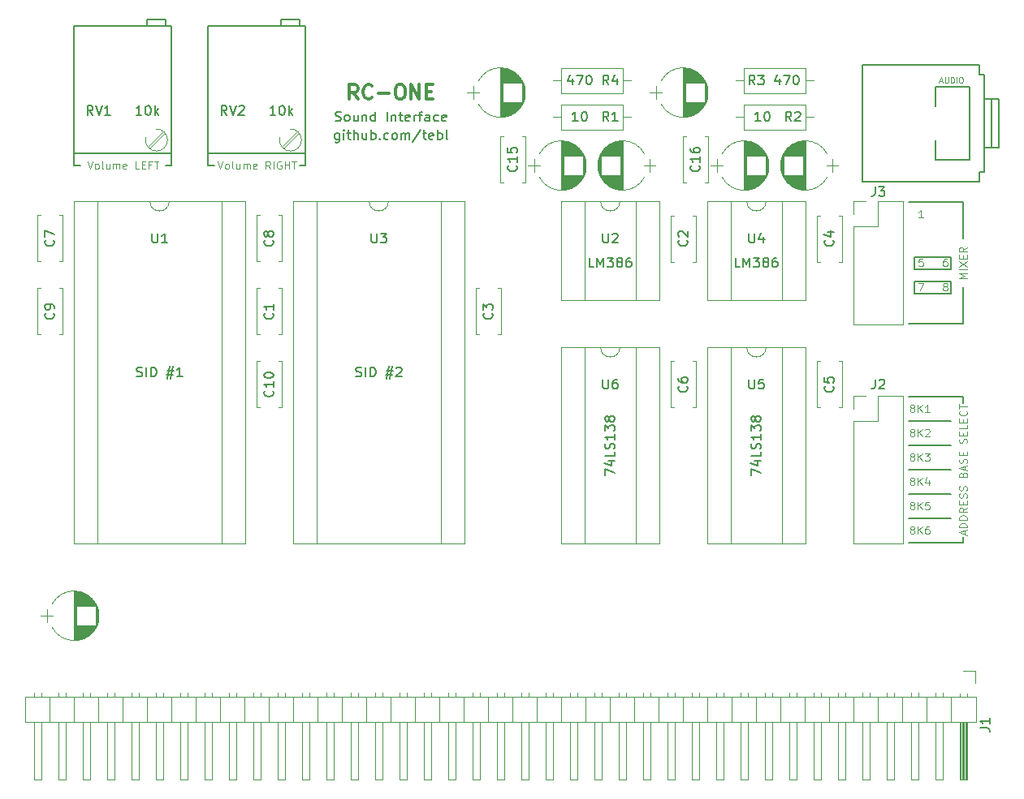
<source format=gto>
G04 #@! TF.FileFunction,Legend,Top*
%FSLAX46Y46*%
G04 Gerber Fmt 4.6, Leading zero omitted, Abs format (unit mm)*
G04 Created by KiCad (PCBNEW 4.0.7) date 09/24/19 14:05:09*
%MOMM*%
%LPD*%
G01*
G04 APERTURE LIST*
%ADD10C,0.100000*%
%ADD11C,0.200000*%
%ADD12C,0.150000*%
%ADD13C,0.300000*%
%ADD14C,0.120000*%
G04 APERTURE END LIST*
D10*
X191058810Y-105949762D02*
X190982619Y-105911667D01*
X190944524Y-105873571D01*
X190906429Y-105797381D01*
X190906429Y-105759286D01*
X190944524Y-105683095D01*
X190982619Y-105645000D01*
X191058810Y-105606905D01*
X191211191Y-105606905D01*
X191287381Y-105645000D01*
X191325477Y-105683095D01*
X191363572Y-105759286D01*
X191363572Y-105797381D01*
X191325477Y-105873571D01*
X191287381Y-105911667D01*
X191211191Y-105949762D01*
X191058810Y-105949762D01*
X190982619Y-105987857D01*
X190944524Y-106025952D01*
X190906429Y-106102143D01*
X190906429Y-106254524D01*
X190944524Y-106330714D01*
X190982619Y-106368810D01*
X191058810Y-106406905D01*
X191211191Y-106406905D01*
X191287381Y-106368810D01*
X191325477Y-106330714D01*
X191363572Y-106254524D01*
X191363572Y-106102143D01*
X191325477Y-106025952D01*
X191287381Y-105987857D01*
X191211191Y-105949762D01*
X188328334Y-105606905D02*
X188861667Y-105606905D01*
X188518810Y-106406905D01*
X191287381Y-103066905D02*
X191135000Y-103066905D01*
X191058810Y-103105000D01*
X191020715Y-103143095D01*
X190944524Y-103257381D01*
X190906429Y-103409762D01*
X190906429Y-103714524D01*
X190944524Y-103790714D01*
X190982619Y-103828810D01*
X191058810Y-103866905D01*
X191211191Y-103866905D01*
X191287381Y-103828810D01*
X191325477Y-103790714D01*
X191363572Y-103714524D01*
X191363572Y-103524048D01*
X191325477Y-103447857D01*
X191287381Y-103409762D01*
X191211191Y-103371667D01*
X191058810Y-103371667D01*
X190982619Y-103409762D01*
X190944524Y-103447857D01*
X190906429Y-103524048D01*
X188785477Y-103066905D02*
X188404524Y-103066905D01*
X188366429Y-103447857D01*
X188404524Y-103409762D01*
X188480715Y-103371667D01*
X188671191Y-103371667D01*
X188747381Y-103409762D01*
X188785477Y-103447857D01*
X188823572Y-103524048D01*
X188823572Y-103714524D01*
X188785477Y-103790714D01*
X188747381Y-103828810D01*
X188671191Y-103866905D01*
X188480715Y-103866905D01*
X188404524Y-103828810D01*
X188366429Y-103790714D01*
X188823572Y-98786905D02*
X188366429Y-98786905D01*
X188595000Y-98786905D02*
X188595000Y-97986905D01*
X188518810Y-98101190D01*
X188442619Y-98177381D01*
X188366429Y-98215476D01*
D11*
X191770000Y-105410000D02*
X187960000Y-105410000D01*
X191770000Y-106680000D02*
X191770000Y-105410000D01*
X187960000Y-106680000D02*
X191770000Y-106680000D01*
X187960000Y-105410000D02*
X187960000Y-106680000D01*
X191770000Y-102870000D02*
X187960000Y-102870000D01*
X191770000Y-104140000D02*
X191770000Y-102870000D01*
X187960000Y-104140000D02*
X191770000Y-104140000D01*
X187960000Y-102870000D02*
X187960000Y-104140000D01*
X193040000Y-100965000D02*
X193040000Y-97790000D01*
X193040000Y-109220000D02*
X193040000Y-106045000D01*
D10*
X193401905Y-105105000D02*
X192601905Y-105105000D01*
X193173333Y-104838333D01*
X192601905Y-104571666D01*
X193401905Y-104571666D01*
X193401905Y-104190714D02*
X192601905Y-104190714D01*
X192601905Y-103885952D02*
X193401905Y-103352619D01*
X192601905Y-103352619D02*
X193401905Y-103885952D01*
X192982857Y-103047857D02*
X192982857Y-102781190D01*
X193401905Y-102666904D02*
X193401905Y-103047857D01*
X192601905Y-103047857D01*
X192601905Y-102666904D01*
X193401905Y-101866904D02*
X193020952Y-102133571D01*
X193401905Y-102324047D02*
X192601905Y-102324047D01*
X192601905Y-102019285D01*
X192640000Y-101943094D01*
X192678095Y-101904999D01*
X192754286Y-101866904D01*
X192868571Y-101866904D01*
X192944762Y-101904999D01*
X192982857Y-101943094D01*
X193020952Y-102019285D01*
X193020952Y-102324047D01*
D11*
X193040000Y-109855000D02*
X193040000Y-109220000D01*
X187325000Y-109855000D02*
X193040000Y-109855000D01*
X193040000Y-97155000D02*
X193040000Y-97790000D01*
X187325000Y-97155000D02*
X193040000Y-97155000D01*
X114300000Y-92075000D02*
X124460000Y-92075000D01*
X100330000Y-92075000D02*
X110490000Y-92075000D01*
X109855000Y-93345000D02*
X110490000Y-93345000D01*
X100330000Y-93345000D02*
X100965000Y-93345000D01*
X124460000Y-93345000D02*
X123825000Y-93345000D01*
X124460000Y-92075000D02*
X124460000Y-93345000D01*
X114300000Y-93345000D02*
X114935000Y-93345000D01*
X114300000Y-92075000D02*
X114300000Y-93345000D01*
X110490000Y-93345000D02*
X110490000Y-92075000D01*
X100330000Y-92075000D02*
X100330000Y-93345000D01*
D10*
X115284761Y-92906905D02*
X115551428Y-93706905D01*
X115818095Y-92906905D01*
X116199047Y-93706905D02*
X116122856Y-93668810D01*
X116084761Y-93630714D01*
X116046666Y-93554524D01*
X116046666Y-93325952D01*
X116084761Y-93249762D01*
X116122856Y-93211667D01*
X116199047Y-93173571D01*
X116313333Y-93173571D01*
X116389523Y-93211667D01*
X116427618Y-93249762D01*
X116465714Y-93325952D01*
X116465714Y-93554524D01*
X116427618Y-93630714D01*
X116389523Y-93668810D01*
X116313333Y-93706905D01*
X116199047Y-93706905D01*
X116922857Y-93706905D02*
X116846666Y-93668810D01*
X116808571Y-93592619D01*
X116808571Y-92906905D01*
X117570476Y-93173571D02*
X117570476Y-93706905D01*
X117227619Y-93173571D02*
X117227619Y-93592619D01*
X117265714Y-93668810D01*
X117341905Y-93706905D01*
X117456191Y-93706905D01*
X117532381Y-93668810D01*
X117570476Y-93630714D01*
X117951429Y-93706905D02*
X117951429Y-93173571D01*
X117951429Y-93249762D02*
X117989524Y-93211667D01*
X118065715Y-93173571D01*
X118180001Y-93173571D01*
X118256191Y-93211667D01*
X118294286Y-93287857D01*
X118294286Y-93706905D01*
X118294286Y-93287857D02*
X118332382Y-93211667D01*
X118408572Y-93173571D01*
X118522858Y-93173571D01*
X118599048Y-93211667D01*
X118637143Y-93287857D01*
X118637143Y-93706905D01*
X119322858Y-93668810D02*
X119246668Y-93706905D01*
X119094287Y-93706905D01*
X119018096Y-93668810D01*
X118980001Y-93592619D01*
X118980001Y-93287857D01*
X119018096Y-93211667D01*
X119094287Y-93173571D01*
X119246668Y-93173571D01*
X119322858Y-93211667D01*
X119360953Y-93287857D01*
X119360953Y-93364048D01*
X118980001Y-93440238D01*
X120770477Y-93706905D02*
X120503810Y-93325952D01*
X120313334Y-93706905D02*
X120313334Y-92906905D01*
X120618096Y-92906905D01*
X120694287Y-92945000D01*
X120732382Y-92983095D01*
X120770477Y-93059286D01*
X120770477Y-93173571D01*
X120732382Y-93249762D01*
X120694287Y-93287857D01*
X120618096Y-93325952D01*
X120313334Y-93325952D01*
X121113334Y-93706905D02*
X121113334Y-92906905D01*
X121913334Y-92945000D02*
X121837143Y-92906905D01*
X121722858Y-92906905D01*
X121608572Y-92945000D01*
X121532381Y-93021190D01*
X121494286Y-93097381D01*
X121456191Y-93249762D01*
X121456191Y-93364048D01*
X121494286Y-93516429D01*
X121532381Y-93592619D01*
X121608572Y-93668810D01*
X121722858Y-93706905D01*
X121799048Y-93706905D01*
X121913334Y-93668810D01*
X121951429Y-93630714D01*
X121951429Y-93364048D01*
X121799048Y-93364048D01*
X122294286Y-93706905D02*
X122294286Y-92906905D01*
X122294286Y-93287857D02*
X122751429Y-93287857D01*
X122751429Y-93706905D02*
X122751429Y-92906905D01*
X123018095Y-92906905D02*
X123475238Y-92906905D01*
X123246667Y-93706905D02*
X123246667Y-92906905D01*
X101695713Y-92906905D02*
X101962380Y-93706905D01*
X102229047Y-92906905D01*
X102609999Y-93706905D02*
X102533808Y-93668810D01*
X102495713Y-93630714D01*
X102457618Y-93554524D01*
X102457618Y-93325952D01*
X102495713Y-93249762D01*
X102533808Y-93211667D01*
X102609999Y-93173571D01*
X102724285Y-93173571D01*
X102800475Y-93211667D01*
X102838570Y-93249762D01*
X102876666Y-93325952D01*
X102876666Y-93554524D01*
X102838570Y-93630714D01*
X102800475Y-93668810D01*
X102724285Y-93706905D01*
X102609999Y-93706905D01*
X103333809Y-93706905D02*
X103257618Y-93668810D01*
X103219523Y-93592619D01*
X103219523Y-92906905D01*
X103981428Y-93173571D02*
X103981428Y-93706905D01*
X103638571Y-93173571D02*
X103638571Y-93592619D01*
X103676666Y-93668810D01*
X103752857Y-93706905D01*
X103867143Y-93706905D01*
X103943333Y-93668810D01*
X103981428Y-93630714D01*
X104362381Y-93706905D02*
X104362381Y-93173571D01*
X104362381Y-93249762D02*
X104400476Y-93211667D01*
X104476667Y-93173571D01*
X104590953Y-93173571D01*
X104667143Y-93211667D01*
X104705238Y-93287857D01*
X104705238Y-93706905D01*
X104705238Y-93287857D02*
X104743334Y-93211667D01*
X104819524Y-93173571D01*
X104933810Y-93173571D01*
X105010000Y-93211667D01*
X105048095Y-93287857D01*
X105048095Y-93706905D01*
X105733810Y-93668810D02*
X105657620Y-93706905D01*
X105505239Y-93706905D01*
X105429048Y-93668810D01*
X105390953Y-93592619D01*
X105390953Y-93287857D01*
X105429048Y-93211667D01*
X105505239Y-93173571D01*
X105657620Y-93173571D01*
X105733810Y-93211667D01*
X105771905Y-93287857D01*
X105771905Y-93364048D01*
X105390953Y-93440238D01*
X107105239Y-93706905D02*
X106724286Y-93706905D01*
X106724286Y-92906905D01*
X107371905Y-93287857D02*
X107638572Y-93287857D01*
X107752858Y-93706905D02*
X107371905Y-93706905D01*
X107371905Y-92906905D01*
X107752858Y-92906905D01*
X108362382Y-93287857D02*
X108095715Y-93287857D01*
X108095715Y-93706905D02*
X108095715Y-92906905D01*
X108476668Y-92906905D01*
X108667143Y-92906905D02*
X109124286Y-92906905D01*
X108895715Y-93706905D02*
X108895715Y-92906905D01*
X187629762Y-131349762D02*
X187553571Y-131311667D01*
X187515476Y-131273571D01*
X187477381Y-131197381D01*
X187477381Y-131159286D01*
X187515476Y-131083095D01*
X187553571Y-131045000D01*
X187629762Y-131006905D01*
X187782143Y-131006905D01*
X187858333Y-131045000D01*
X187896429Y-131083095D01*
X187934524Y-131159286D01*
X187934524Y-131197381D01*
X187896429Y-131273571D01*
X187858333Y-131311667D01*
X187782143Y-131349762D01*
X187629762Y-131349762D01*
X187553571Y-131387857D01*
X187515476Y-131425952D01*
X187477381Y-131502143D01*
X187477381Y-131654524D01*
X187515476Y-131730714D01*
X187553571Y-131768810D01*
X187629762Y-131806905D01*
X187782143Y-131806905D01*
X187858333Y-131768810D01*
X187896429Y-131730714D01*
X187934524Y-131654524D01*
X187934524Y-131502143D01*
X187896429Y-131425952D01*
X187858333Y-131387857D01*
X187782143Y-131349762D01*
X188277381Y-131806905D02*
X188277381Y-131006905D01*
X188734524Y-131806905D02*
X188391667Y-131349762D01*
X188734524Y-131006905D02*
X188277381Y-131464048D01*
X189420238Y-131006905D02*
X189267857Y-131006905D01*
X189191667Y-131045000D01*
X189153572Y-131083095D01*
X189077381Y-131197381D01*
X189039286Y-131349762D01*
X189039286Y-131654524D01*
X189077381Y-131730714D01*
X189115476Y-131768810D01*
X189191667Y-131806905D01*
X189344048Y-131806905D01*
X189420238Y-131768810D01*
X189458334Y-131730714D01*
X189496429Y-131654524D01*
X189496429Y-131464048D01*
X189458334Y-131387857D01*
X189420238Y-131349762D01*
X189344048Y-131311667D01*
X189191667Y-131311667D01*
X189115476Y-131349762D01*
X189077381Y-131387857D01*
X189039286Y-131464048D01*
X187629762Y-128809762D02*
X187553571Y-128771667D01*
X187515476Y-128733571D01*
X187477381Y-128657381D01*
X187477381Y-128619286D01*
X187515476Y-128543095D01*
X187553571Y-128505000D01*
X187629762Y-128466905D01*
X187782143Y-128466905D01*
X187858333Y-128505000D01*
X187896429Y-128543095D01*
X187934524Y-128619286D01*
X187934524Y-128657381D01*
X187896429Y-128733571D01*
X187858333Y-128771667D01*
X187782143Y-128809762D01*
X187629762Y-128809762D01*
X187553571Y-128847857D01*
X187515476Y-128885952D01*
X187477381Y-128962143D01*
X187477381Y-129114524D01*
X187515476Y-129190714D01*
X187553571Y-129228810D01*
X187629762Y-129266905D01*
X187782143Y-129266905D01*
X187858333Y-129228810D01*
X187896429Y-129190714D01*
X187934524Y-129114524D01*
X187934524Y-128962143D01*
X187896429Y-128885952D01*
X187858333Y-128847857D01*
X187782143Y-128809762D01*
X188277381Y-129266905D02*
X188277381Y-128466905D01*
X188734524Y-129266905D02*
X188391667Y-128809762D01*
X188734524Y-128466905D02*
X188277381Y-128924048D01*
X189458334Y-128466905D02*
X189077381Y-128466905D01*
X189039286Y-128847857D01*
X189077381Y-128809762D01*
X189153572Y-128771667D01*
X189344048Y-128771667D01*
X189420238Y-128809762D01*
X189458334Y-128847857D01*
X189496429Y-128924048D01*
X189496429Y-129114524D01*
X189458334Y-129190714D01*
X189420238Y-129228810D01*
X189344048Y-129266905D01*
X189153572Y-129266905D01*
X189077381Y-129228810D01*
X189039286Y-129190714D01*
X187629762Y-126269762D02*
X187553571Y-126231667D01*
X187515476Y-126193571D01*
X187477381Y-126117381D01*
X187477381Y-126079286D01*
X187515476Y-126003095D01*
X187553571Y-125965000D01*
X187629762Y-125926905D01*
X187782143Y-125926905D01*
X187858333Y-125965000D01*
X187896429Y-126003095D01*
X187934524Y-126079286D01*
X187934524Y-126117381D01*
X187896429Y-126193571D01*
X187858333Y-126231667D01*
X187782143Y-126269762D01*
X187629762Y-126269762D01*
X187553571Y-126307857D01*
X187515476Y-126345952D01*
X187477381Y-126422143D01*
X187477381Y-126574524D01*
X187515476Y-126650714D01*
X187553571Y-126688810D01*
X187629762Y-126726905D01*
X187782143Y-126726905D01*
X187858333Y-126688810D01*
X187896429Y-126650714D01*
X187934524Y-126574524D01*
X187934524Y-126422143D01*
X187896429Y-126345952D01*
X187858333Y-126307857D01*
X187782143Y-126269762D01*
X188277381Y-126726905D02*
X188277381Y-125926905D01*
X188734524Y-126726905D02*
X188391667Y-126269762D01*
X188734524Y-125926905D02*
X188277381Y-126384048D01*
X189420238Y-126193571D02*
X189420238Y-126726905D01*
X189229762Y-125888810D02*
X189039286Y-126460238D01*
X189534524Y-126460238D01*
X187629762Y-123729762D02*
X187553571Y-123691667D01*
X187515476Y-123653571D01*
X187477381Y-123577381D01*
X187477381Y-123539286D01*
X187515476Y-123463095D01*
X187553571Y-123425000D01*
X187629762Y-123386905D01*
X187782143Y-123386905D01*
X187858333Y-123425000D01*
X187896429Y-123463095D01*
X187934524Y-123539286D01*
X187934524Y-123577381D01*
X187896429Y-123653571D01*
X187858333Y-123691667D01*
X187782143Y-123729762D01*
X187629762Y-123729762D01*
X187553571Y-123767857D01*
X187515476Y-123805952D01*
X187477381Y-123882143D01*
X187477381Y-124034524D01*
X187515476Y-124110714D01*
X187553571Y-124148810D01*
X187629762Y-124186905D01*
X187782143Y-124186905D01*
X187858333Y-124148810D01*
X187896429Y-124110714D01*
X187934524Y-124034524D01*
X187934524Y-123882143D01*
X187896429Y-123805952D01*
X187858333Y-123767857D01*
X187782143Y-123729762D01*
X188277381Y-124186905D02*
X188277381Y-123386905D01*
X188734524Y-124186905D02*
X188391667Y-123729762D01*
X188734524Y-123386905D02*
X188277381Y-123844048D01*
X189001191Y-123386905D02*
X189496429Y-123386905D01*
X189229762Y-123691667D01*
X189344048Y-123691667D01*
X189420238Y-123729762D01*
X189458334Y-123767857D01*
X189496429Y-123844048D01*
X189496429Y-124034524D01*
X189458334Y-124110714D01*
X189420238Y-124148810D01*
X189344048Y-124186905D01*
X189115476Y-124186905D01*
X189039286Y-124148810D01*
X189001191Y-124110714D01*
X187629762Y-121189762D02*
X187553571Y-121151667D01*
X187515476Y-121113571D01*
X187477381Y-121037381D01*
X187477381Y-120999286D01*
X187515476Y-120923095D01*
X187553571Y-120885000D01*
X187629762Y-120846905D01*
X187782143Y-120846905D01*
X187858333Y-120885000D01*
X187896429Y-120923095D01*
X187934524Y-120999286D01*
X187934524Y-121037381D01*
X187896429Y-121113571D01*
X187858333Y-121151667D01*
X187782143Y-121189762D01*
X187629762Y-121189762D01*
X187553571Y-121227857D01*
X187515476Y-121265952D01*
X187477381Y-121342143D01*
X187477381Y-121494524D01*
X187515476Y-121570714D01*
X187553571Y-121608810D01*
X187629762Y-121646905D01*
X187782143Y-121646905D01*
X187858333Y-121608810D01*
X187896429Y-121570714D01*
X187934524Y-121494524D01*
X187934524Y-121342143D01*
X187896429Y-121265952D01*
X187858333Y-121227857D01*
X187782143Y-121189762D01*
X188277381Y-121646905D02*
X188277381Y-120846905D01*
X188734524Y-121646905D02*
X188391667Y-121189762D01*
X188734524Y-120846905D02*
X188277381Y-121304048D01*
X189039286Y-120923095D02*
X189077381Y-120885000D01*
X189153572Y-120846905D01*
X189344048Y-120846905D01*
X189420238Y-120885000D01*
X189458334Y-120923095D01*
X189496429Y-120999286D01*
X189496429Y-121075476D01*
X189458334Y-121189762D01*
X189001191Y-121646905D01*
X189496429Y-121646905D01*
X193173333Y-131837858D02*
X193173333Y-131456906D01*
X193401905Y-131914049D02*
X192601905Y-131647382D01*
X193401905Y-131380715D01*
X193401905Y-131114049D02*
X192601905Y-131114049D01*
X192601905Y-130923573D01*
X192640000Y-130809287D01*
X192716190Y-130733096D01*
X192792381Y-130695001D01*
X192944762Y-130656906D01*
X193059048Y-130656906D01*
X193211429Y-130695001D01*
X193287619Y-130733096D01*
X193363810Y-130809287D01*
X193401905Y-130923573D01*
X193401905Y-131114049D01*
X193401905Y-130314049D02*
X192601905Y-130314049D01*
X192601905Y-130123573D01*
X192640000Y-130009287D01*
X192716190Y-129933096D01*
X192792381Y-129895001D01*
X192944762Y-129856906D01*
X193059048Y-129856906D01*
X193211429Y-129895001D01*
X193287619Y-129933096D01*
X193363810Y-130009287D01*
X193401905Y-130123573D01*
X193401905Y-130314049D01*
X193401905Y-129056906D02*
X193020952Y-129323573D01*
X193401905Y-129514049D02*
X192601905Y-129514049D01*
X192601905Y-129209287D01*
X192640000Y-129133096D01*
X192678095Y-129095001D01*
X192754286Y-129056906D01*
X192868571Y-129056906D01*
X192944762Y-129095001D01*
X192982857Y-129133096D01*
X193020952Y-129209287D01*
X193020952Y-129514049D01*
X192982857Y-128714049D02*
X192982857Y-128447382D01*
X193401905Y-128333096D02*
X193401905Y-128714049D01*
X192601905Y-128714049D01*
X192601905Y-128333096D01*
X193363810Y-128028334D02*
X193401905Y-127914048D01*
X193401905Y-127723572D01*
X193363810Y-127647382D01*
X193325714Y-127609286D01*
X193249524Y-127571191D01*
X193173333Y-127571191D01*
X193097143Y-127609286D01*
X193059048Y-127647382D01*
X193020952Y-127723572D01*
X192982857Y-127875953D01*
X192944762Y-127952144D01*
X192906667Y-127990239D01*
X192830476Y-128028334D01*
X192754286Y-128028334D01*
X192678095Y-127990239D01*
X192640000Y-127952144D01*
X192601905Y-127875953D01*
X192601905Y-127685477D01*
X192640000Y-127571191D01*
X193363810Y-127266429D02*
X193401905Y-127152143D01*
X193401905Y-126961667D01*
X193363810Y-126885477D01*
X193325714Y-126847381D01*
X193249524Y-126809286D01*
X193173333Y-126809286D01*
X193097143Y-126847381D01*
X193059048Y-126885477D01*
X193020952Y-126961667D01*
X192982857Y-127114048D01*
X192944762Y-127190239D01*
X192906667Y-127228334D01*
X192830476Y-127266429D01*
X192754286Y-127266429D01*
X192678095Y-127228334D01*
X192640000Y-127190239D01*
X192601905Y-127114048D01*
X192601905Y-126923572D01*
X192640000Y-126809286D01*
X192982857Y-125590238D02*
X193020952Y-125475952D01*
X193059048Y-125437857D01*
X193135238Y-125399762D01*
X193249524Y-125399762D01*
X193325714Y-125437857D01*
X193363810Y-125475952D01*
X193401905Y-125552143D01*
X193401905Y-125856905D01*
X192601905Y-125856905D01*
X192601905Y-125590238D01*
X192640000Y-125514048D01*
X192678095Y-125475952D01*
X192754286Y-125437857D01*
X192830476Y-125437857D01*
X192906667Y-125475952D01*
X192944762Y-125514048D01*
X192982857Y-125590238D01*
X192982857Y-125856905D01*
X193173333Y-125095000D02*
X193173333Y-124714048D01*
X193401905Y-125171191D02*
X192601905Y-124904524D01*
X193401905Y-124637857D01*
X193363810Y-124409286D02*
X193401905Y-124295000D01*
X193401905Y-124104524D01*
X193363810Y-124028334D01*
X193325714Y-123990238D01*
X193249524Y-123952143D01*
X193173333Y-123952143D01*
X193097143Y-123990238D01*
X193059048Y-124028334D01*
X193020952Y-124104524D01*
X192982857Y-124256905D01*
X192944762Y-124333096D01*
X192906667Y-124371191D01*
X192830476Y-124409286D01*
X192754286Y-124409286D01*
X192678095Y-124371191D01*
X192640000Y-124333096D01*
X192601905Y-124256905D01*
X192601905Y-124066429D01*
X192640000Y-123952143D01*
X192982857Y-123609286D02*
X192982857Y-123342619D01*
X193401905Y-123228333D02*
X193401905Y-123609286D01*
X192601905Y-123609286D01*
X192601905Y-123228333D01*
X193363810Y-122314047D02*
X193401905Y-122199761D01*
X193401905Y-122009285D01*
X193363810Y-121933095D01*
X193325714Y-121894999D01*
X193249524Y-121856904D01*
X193173333Y-121856904D01*
X193097143Y-121894999D01*
X193059048Y-121933095D01*
X193020952Y-122009285D01*
X192982857Y-122161666D01*
X192944762Y-122237857D01*
X192906667Y-122275952D01*
X192830476Y-122314047D01*
X192754286Y-122314047D01*
X192678095Y-122275952D01*
X192640000Y-122237857D01*
X192601905Y-122161666D01*
X192601905Y-121971190D01*
X192640000Y-121856904D01*
X192982857Y-121514047D02*
X192982857Y-121247380D01*
X193401905Y-121133094D02*
X193401905Y-121514047D01*
X192601905Y-121514047D01*
X192601905Y-121133094D01*
X193401905Y-120409284D02*
X193401905Y-120790237D01*
X192601905Y-120790237D01*
X192982857Y-120142618D02*
X192982857Y-119875951D01*
X193401905Y-119761665D02*
X193401905Y-120142618D01*
X192601905Y-120142618D01*
X192601905Y-119761665D01*
X193325714Y-118961665D02*
X193363810Y-118999760D01*
X193401905Y-119114046D01*
X193401905Y-119190236D01*
X193363810Y-119304522D01*
X193287619Y-119380713D01*
X193211429Y-119418808D01*
X193059048Y-119456903D01*
X192944762Y-119456903D01*
X192792381Y-119418808D01*
X192716190Y-119380713D01*
X192640000Y-119304522D01*
X192601905Y-119190236D01*
X192601905Y-119114046D01*
X192640000Y-118999760D01*
X192678095Y-118961665D01*
X192601905Y-118733094D02*
X192601905Y-118275951D01*
X193401905Y-118504522D02*
X192601905Y-118504522D01*
D11*
X193040000Y-132715000D02*
X193040000Y-132080000D01*
X187325000Y-132715000D02*
X193040000Y-132715000D01*
X193040000Y-117475000D02*
X193040000Y-118110000D01*
X187325000Y-117475000D02*
X193040000Y-117475000D01*
X187325000Y-130175000D02*
X191770000Y-130175000D01*
X187325000Y-127635000D02*
X191770000Y-127635000D01*
X187325000Y-125095000D02*
X191770000Y-125095000D01*
X187325000Y-122555000D02*
X191770000Y-122555000D01*
X187325000Y-120015000D02*
X191770000Y-120015000D01*
D10*
X187629762Y-118649762D02*
X187553571Y-118611667D01*
X187515476Y-118573571D01*
X187477381Y-118497381D01*
X187477381Y-118459286D01*
X187515476Y-118383095D01*
X187553571Y-118345000D01*
X187629762Y-118306905D01*
X187782143Y-118306905D01*
X187858333Y-118345000D01*
X187896429Y-118383095D01*
X187934524Y-118459286D01*
X187934524Y-118497381D01*
X187896429Y-118573571D01*
X187858333Y-118611667D01*
X187782143Y-118649762D01*
X187629762Y-118649762D01*
X187553571Y-118687857D01*
X187515476Y-118725952D01*
X187477381Y-118802143D01*
X187477381Y-118954524D01*
X187515476Y-119030714D01*
X187553571Y-119068810D01*
X187629762Y-119106905D01*
X187782143Y-119106905D01*
X187858333Y-119068810D01*
X187896429Y-119030714D01*
X187934524Y-118954524D01*
X187934524Y-118802143D01*
X187896429Y-118725952D01*
X187858333Y-118687857D01*
X187782143Y-118649762D01*
X188277381Y-119106905D02*
X188277381Y-118306905D01*
X188734524Y-119106905D02*
X188391667Y-118649762D01*
X188734524Y-118306905D02*
X188277381Y-118764048D01*
X189496429Y-119106905D02*
X189039286Y-119106905D01*
X189267857Y-119106905D02*
X189267857Y-118306905D01*
X189191667Y-118421190D01*
X189115476Y-118497381D01*
X189039286Y-118535476D01*
D12*
X127945238Y-89955714D02*
X127945238Y-90765238D01*
X127897619Y-90860476D01*
X127850000Y-90908095D01*
X127754761Y-90955714D01*
X127611904Y-90955714D01*
X127516666Y-90908095D01*
X127945238Y-90574762D02*
X127850000Y-90622381D01*
X127659523Y-90622381D01*
X127564285Y-90574762D01*
X127516666Y-90527143D01*
X127469047Y-90431905D01*
X127469047Y-90146190D01*
X127516666Y-90050952D01*
X127564285Y-90003333D01*
X127659523Y-89955714D01*
X127850000Y-89955714D01*
X127945238Y-90003333D01*
X128421428Y-90622381D02*
X128421428Y-89955714D01*
X128421428Y-89622381D02*
X128373809Y-89670000D01*
X128421428Y-89717619D01*
X128469047Y-89670000D01*
X128421428Y-89622381D01*
X128421428Y-89717619D01*
X128754761Y-89955714D02*
X129135713Y-89955714D01*
X128897618Y-89622381D02*
X128897618Y-90479524D01*
X128945237Y-90574762D01*
X129040475Y-90622381D01*
X129135713Y-90622381D01*
X129469047Y-90622381D02*
X129469047Y-89622381D01*
X129897619Y-90622381D02*
X129897619Y-90098571D01*
X129850000Y-90003333D01*
X129754762Y-89955714D01*
X129611904Y-89955714D01*
X129516666Y-90003333D01*
X129469047Y-90050952D01*
X130802381Y-89955714D02*
X130802381Y-90622381D01*
X130373809Y-89955714D02*
X130373809Y-90479524D01*
X130421428Y-90574762D01*
X130516666Y-90622381D01*
X130659524Y-90622381D01*
X130754762Y-90574762D01*
X130802381Y-90527143D01*
X131278571Y-90622381D02*
X131278571Y-89622381D01*
X131278571Y-90003333D02*
X131373809Y-89955714D01*
X131564286Y-89955714D01*
X131659524Y-90003333D01*
X131707143Y-90050952D01*
X131754762Y-90146190D01*
X131754762Y-90431905D01*
X131707143Y-90527143D01*
X131659524Y-90574762D01*
X131564286Y-90622381D01*
X131373809Y-90622381D01*
X131278571Y-90574762D01*
X132183333Y-90527143D02*
X132230952Y-90574762D01*
X132183333Y-90622381D01*
X132135714Y-90574762D01*
X132183333Y-90527143D01*
X132183333Y-90622381D01*
X133088095Y-90574762D02*
X132992857Y-90622381D01*
X132802380Y-90622381D01*
X132707142Y-90574762D01*
X132659523Y-90527143D01*
X132611904Y-90431905D01*
X132611904Y-90146190D01*
X132659523Y-90050952D01*
X132707142Y-90003333D01*
X132802380Y-89955714D01*
X132992857Y-89955714D01*
X133088095Y-90003333D01*
X133659523Y-90622381D02*
X133564285Y-90574762D01*
X133516666Y-90527143D01*
X133469047Y-90431905D01*
X133469047Y-90146190D01*
X133516666Y-90050952D01*
X133564285Y-90003333D01*
X133659523Y-89955714D01*
X133802381Y-89955714D01*
X133897619Y-90003333D01*
X133945238Y-90050952D01*
X133992857Y-90146190D01*
X133992857Y-90431905D01*
X133945238Y-90527143D01*
X133897619Y-90574762D01*
X133802381Y-90622381D01*
X133659523Y-90622381D01*
X134421428Y-90622381D02*
X134421428Y-89955714D01*
X134421428Y-90050952D02*
X134469047Y-90003333D01*
X134564285Y-89955714D01*
X134707143Y-89955714D01*
X134802381Y-90003333D01*
X134850000Y-90098571D01*
X134850000Y-90622381D01*
X134850000Y-90098571D02*
X134897619Y-90003333D01*
X134992857Y-89955714D01*
X135135714Y-89955714D01*
X135230952Y-90003333D01*
X135278571Y-90098571D01*
X135278571Y-90622381D01*
X136469047Y-89574762D02*
X135611904Y-90860476D01*
X136659523Y-89955714D02*
X137040475Y-89955714D01*
X136802380Y-89622381D02*
X136802380Y-90479524D01*
X136849999Y-90574762D01*
X136945237Y-90622381D01*
X137040475Y-90622381D01*
X137754762Y-90574762D02*
X137659524Y-90622381D01*
X137469047Y-90622381D01*
X137373809Y-90574762D01*
X137326190Y-90479524D01*
X137326190Y-90098571D01*
X137373809Y-90003333D01*
X137469047Y-89955714D01*
X137659524Y-89955714D01*
X137754762Y-90003333D01*
X137802381Y-90098571D01*
X137802381Y-90193810D01*
X137326190Y-90289048D01*
X138230952Y-90622381D02*
X138230952Y-89622381D01*
X138230952Y-90003333D02*
X138326190Y-89955714D01*
X138516667Y-89955714D01*
X138611905Y-90003333D01*
X138659524Y-90050952D01*
X138707143Y-90146190D01*
X138707143Y-90431905D01*
X138659524Y-90527143D01*
X138611905Y-90574762D01*
X138516667Y-90622381D01*
X138326190Y-90622381D01*
X138230952Y-90574762D01*
X139278571Y-90622381D02*
X139183333Y-90574762D01*
X139135714Y-90479524D01*
X139135714Y-89622381D01*
X127564285Y-88669762D02*
X127707142Y-88717381D01*
X127945238Y-88717381D01*
X128040476Y-88669762D01*
X128088095Y-88622143D01*
X128135714Y-88526905D01*
X128135714Y-88431667D01*
X128088095Y-88336429D01*
X128040476Y-88288810D01*
X127945238Y-88241190D01*
X127754761Y-88193571D01*
X127659523Y-88145952D01*
X127611904Y-88098333D01*
X127564285Y-88003095D01*
X127564285Y-87907857D01*
X127611904Y-87812619D01*
X127659523Y-87765000D01*
X127754761Y-87717381D01*
X127992857Y-87717381D01*
X128135714Y-87765000D01*
X128707142Y-88717381D02*
X128611904Y-88669762D01*
X128564285Y-88622143D01*
X128516666Y-88526905D01*
X128516666Y-88241190D01*
X128564285Y-88145952D01*
X128611904Y-88098333D01*
X128707142Y-88050714D01*
X128850000Y-88050714D01*
X128945238Y-88098333D01*
X128992857Y-88145952D01*
X129040476Y-88241190D01*
X129040476Y-88526905D01*
X128992857Y-88622143D01*
X128945238Y-88669762D01*
X128850000Y-88717381D01*
X128707142Y-88717381D01*
X129897619Y-88050714D02*
X129897619Y-88717381D01*
X129469047Y-88050714D02*
X129469047Y-88574524D01*
X129516666Y-88669762D01*
X129611904Y-88717381D01*
X129754762Y-88717381D01*
X129850000Y-88669762D01*
X129897619Y-88622143D01*
X130373809Y-88050714D02*
X130373809Y-88717381D01*
X130373809Y-88145952D02*
X130421428Y-88098333D01*
X130516666Y-88050714D01*
X130659524Y-88050714D01*
X130754762Y-88098333D01*
X130802381Y-88193571D01*
X130802381Y-88717381D01*
X131707143Y-88717381D02*
X131707143Y-87717381D01*
X131707143Y-88669762D02*
X131611905Y-88717381D01*
X131421428Y-88717381D01*
X131326190Y-88669762D01*
X131278571Y-88622143D01*
X131230952Y-88526905D01*
X131230952Y-88241190D01*
X131278571Y-88145952D01*
X131326190Y-88098333D01*
X131421428Y-88050714D01*
X131611905Y-88050714D01*
X131707143Y-88098333D01*
X132945238Y-88717381D02*
X132945238Y-87717381D01*
X133421428Y-88050714D02*
X133421428Y-88717381D01*
X133421428Y-88145952D02*
X133469047Y-88098333D01*
X133564285Y-88050714D01*
X133707143Y-88050714D01*
X133802381Y-88098333D01*
X133850000Y-88193571D01*
X133850000Y-88717381D01*
X134183333Y-88050714D02*
X134564285Y-88050714D01*
X134326190Y-87717381D02*
X134326190Y-88574524D01*
X134373809Y-88669762D01*
X134469047Y-88717381D01*
X134564285Y-88717381D01*
X135278572Y-88669762D02*
X135183334Y-88717381D01*
X134992857Y-88717381D01*
X134897619Y-88669762D01*
X134850000Y-88574524D01*
X134850000Y-88193571D01*
X134897619Y-88098333D01*
X134992857Y-88050714D01*
X135183334Y-88050714D01*
X135278572Y-88098333D01*
X135326191Y-88193571D01*
X135326191Y-88288810D01*
X134850000Y-88384048D01*
X135754762Y-88717381D02*
X135754762Y-88050714D01*
X135754762Y-88241190D02*
X135802381Y-88145952D01*
X135850000Y-88098333D01*
X135945238Y-88050714D01*
X136040477Y-88050714D01*
X136230953Y-88050714D02*
X136611905Y-88050714D01*
X136373810Y-88717381D02*
X136373810Y-87860238D01*
X136421429Y-87765000D01*
X136516667Y-87717381D01*
X136611905Y-87717381D01*
X137373811Y-88717381D02*
X137373811Y-88193571D01*
X137326192Y-88098333D01*
X137230954Y-88050714D01*
X137040477Y-88050714D01*
X136945239Y-88098333D01*
X137373811Y-88669762D02*
X137278573Y-88717381D01*
X137040477Y-88717381D01*
X136945239Y-88669762D01*
X136897620Y-88574524D01*
X136897620Y-88479286D01*
X136945239Y-88384048D01*
X137040477Y-88336429D01*
X137278573Y-88336429D01*
X137373811Y-88288810D01*
X138278573Y-88669762D02*
X138183335Y-88717381D01*
X137992858Y-88717381D01*
X137897620Y-88669762D01*
X137850001Y-88622143D01*
X137802382Y-88526905D01*
X137802382Y-88241190D01*
X137850001Y-88145952D01*
X137897620Y-88098333D01*
X137992858Y-88050714D01*
X138183335Y-88050714D01*
X138278573Y-88098333D01*
X139088097Y-88669762D02*
X138992859Y-88717381D01*
X138802382Y-88717381D01*
X138707144Y-88669762D01*
X138659525Y-88574524D01*
X138659525Y-88193571D01*
X138707144Y-88098333D01*
X138802382Y-88050714D01*
X138992859Y-88050714D01*
X139088097Y-88098333D01*
X139135716Y-88193571D01*
X139135716Y-88288810D01*
X138659525Y-88384048D01*
D13*
X129885714Y-86403571D02*
X129385714Y-85689286D01*
X129028571Y-86403571D02*
X129028571Y-84903571D01*
X129599999Y-84903571D01*
X129742857Y-84975000D01*
X129814285Y-85046429D01*
X129885714Y-85189286D01*
X129885714Y-85403571D01*
X129814285Y-85546429D01*
X129742857Y-85617857D01*
X129599999Y-85689286D01*
X129028571Y-85689286D01*
X131385714Y-86260714D02*
X131314285Y-86332143D01*
X131099999Y-86403571D01*
X130957142Y-86403571D01*
X130742857Y-86332143D01*
X130599999Y-86189286D01*
X130528571Y-86046429D01*
X130457142Y-85760714D01*
X130457142Y-85546429D01*
X130528571Y-85260714D01*
X130599999Y-85117857D01*
X130742857Y-84975000D01*
X130957142Y-84903571D01*
X131099999Y-84903571D01*
X131314285Y-84975000D01*
X131385714Y-85046429D01*
X132028571Y-85832143D02*
X133171428Y-85832143D01*
X134171428Y-84903571D02*
X134457142Y-84903571D01*
X134600000Y-84975000D01*
X134742857Y-85117857D01*
X134814285Y-85403571D01*
X134814285Y-85903571D01*
X134742857Y-86189286D01*
X134600000Y-86332143D01*
X134457142Y-86403571D01*
X134171428Y-86403571D01*
X134028571Y-86332143D01*
X133885714Y-86189286D01*
X133814285Y-85903571D01*
X133814285Y-85403571D01*
X133885714Y-85117857D01*
X134028571Y-84975000D01*
X134171428Y-84903571D01*
X135457143Y-86403571D02*
X135457143Y-84903571D01*
X136314286Y-86403571D01*
X136314286Y-84903571D01*
X137028572Y-85617857D02*
X137528572Y-85617857D01*
X137742858Y-86403571D02*
X137028572Y-86403571D01*
X137028572Y-84903571D01*
X137742858Y-84903571D01*
D14*
X133080000Y-97095000D02*
G75*
G02X131080000Y-97095000I-1000000J0D01*
G01*
X131080000Y-97095000D02*
X125620000Y-97095000D01*
X125620000Y-97095000D02*
X125620000Y-132775000D01*
X125620000Y-132775000D02*
X138540000Y-132775000D01*
X138540000Y-132775000D02*
X138540000Y-97095000D01*
X138540000Y-97095000D02*
X133080000Y-97095000D01*
X123130000Y-97035000D02*
X123130000Y-132835000D01*
X123130000Y-132835000D02*
X141030000Y-132835000D01*
X141030000Y-132835000D02*
X141030000Y-97035000D01*
X141030000Y-97035000D02*
X123130000Y-97035000D01*
X121960000Y-106135000D02*
X121960000Y-110955000D01*
X119340000Y-106135000D02*
X119340000Y-110955000D01*
X121960000Y-106135000D02*
X121646000Y-106135000D01*
X119654000Y-106135000D02*
X119340000Y-106135000D01*
X121960000Y-110955000D02*
X121646000Y-110955000D01*
X119654000Y-110955000D02*
X119340000Y-110955000D01*
X162520000Y-103415000D02*
X162520000Y-98595000D01*
X165140000Y-103415000D02*
X165140000Y-98595000D01*
X162520000Y-103415000D02*
X162834000Y-103415000D01*
X164826000Y-103415000D02*
X165140000Y-103415000D01*
X162520000Y-98595000D02*
X162834000Y-98595000D01*
X164826000Y-98595000D02*
X165140000Y-98595000D01*
X144820000Y-106135000D02*
X144820000Y-110955000D01*
X142200000Y-106135000D02*
X142200000Y-110955000D01*
X144820000Y-106135000D02*
X144506000Y-106135000D01*
X142514000Y-106135000D02*
X142200000Y-106135000D01*
X144820000Y-110955000D02*
X144506000Y-110955000D01*
X142514000Y-110955000D02*
X142200000Y-110955000D01*
X177760000Y-103415000D02*
X177760000Y-98595000D01*
X180380000Y-103415000D02*
X180380000Y-98595000D01*
X177760000Y-103415000D02*
X178074000Y-103415000D01*
X180066000Y-103415000D02*
X180380000Y-103415000D01*
X177760000Y-98595000D02*
X178074000Y-98595000D01*
X180066000Y-98595000D02*
X180380000Y-98595000D01*
X180380000Y-113755000D02*
X180380000Y-118575000D01*
X177760000Y-113755000D02*
X177760000Y-118575000D01*
X180380000Y-113755000D02*
X180066000Y-113755000D01*
X178074000Y-113755000D02*
X177760000Y-113755000D01*
X180380000Y-118575000D02*
X180066000Y-118575000D01*
X178074000Y-118575000D02*
X177760000Y-118575000D01*
X165140000Y-113755000D02*
X165140000Y-118575000D01*
X162520000Y-113755000D02*
X162520000Y-118575000D01*
X165140000Y-113755000D02*
X164826000Y-113755000D01*
X162834000Y-113755000D02*
X162520000Y-113755000D01*
X165140000Y-118575000D02*
X164826000Y-118575000D01*
X162834000Y-118575000D02*
X162520000Y-118575000D01*
X99100000Y-98515000D02*
X99100000Y-103335000D01*
X96480000Y-98515000D02*
X96480000Y-103335000D01*
X99100000Y-98515000D02*
X98786000Y-98515000D01*
X96794000Y-98515000D02*
X96480000Y-98515000D01*
X99100000Y-103335000D02*
X98786000Y-103335000D01*
X96794000Y-103335000D02*
X96480000Y-103335000D01*
X121960000Y-98515000D02*
X121960000Y-103335000D01*
X119340000Y-98515000D02*
X119340000Y-103335000D01*
X121960000Y-98515000D02*
X121646000Y-98515000D01*
X119654000Y-98515000D02*
X119340000Y-98515000D01*
X121960000Y-103335000D02*
X121646000Y-103335000D01*
X119654000Y-103335000D02*
X119340000Y-103335000D01*
X194370000Y-148760000D02*
X95190000Y-148760000D01*
X95190000Y-148760000D02*
X95190000Y-151420000D01*
X95190000Y-151420000D02*
X194370000Y-151420000D01*
X194370000Y-151420000D02*
X194370000Y-148760000D01*
X193420000Y-151420000D02*
X193420000Y-157420000D01*
X193420000Y-157420000D02*
X192660000Y-157420000D01*
X192660000Y-157420000D02*
X192660000Y-151420000D01*
X193360000Y-151420000D02*
X193360000Y-157420000D01*
X193240000Y-151420000D02*
X193240000Y-157420000D01*
X193120000Y-151420000D02*
X193120000Y-157420000D01*
X193000000Y-151420000D02*
X193000000Y-157420000D01*
X192880000Y-151420000D02*
X192880000Y-157420000D01*
X192760000Y-151420000D02*
X192760000Y-157420000D01*
X193420000Y-148430000D02*
X193420000Y-148760000D01*
X192660000Y-148430000D02*
X192660000Y-148760000D01*
X191770000Y-148760000D02*
X191770000Y-151420000D01*
X190880000Y-151420000D02*
X190880000Y-157420000D01*
X190880000Y-157420000D02*
X190120000Y-157420000D01*
X190120000Y-157420000D02*
X190120000Y-151420000D01*
X190880000Y-148362929D02*
X190880000Y-148760000D01*
X190120000Y-148362929D02*
X190120000Y-148760000D01*
X189230000Y-148760000D02*
X189230000Y-151420000D01*
X188340000Y-151420000D02*
X188340000Y-157420000D01*
X188340000Y-157420000D02*
X187580000Y-157420000D01*
X187580000Y-157420000D02*
X187580000Y-151420000D01*
X188340000Y-148362929D02*
X188340000Y-148760000D01*
X187580000Y-148362929D02*
X187580000Y-148760000D01*
X186690000Y-148760000D02*
X186690000Y-151420000D01*
X185800000Y-151420000D02*
X185800000Y-157420000D01*
X185800000Y-157420000D02*
X185040000Y-157420000D01*
X185040000Y-157420000D02*
X185040000Y-151420000D01*
X185800000Y-148362929D02*
X185800000Y-148760000D01*
X185040000Y-148362929D02*
X185040000Y-148760000D01*
X184150000Y-148760000D02*
X184150000Y-151420000D01*
X183260000Y-151420000D02*
X183260000Y-157420000D01*
X183260000Y-157420000D02*
X182500000Y-157420000D01*
X182500000Y-157420000D02*
X182500000Y-151420000D01*
X183260000Y-148362929D02*
X183260000Y-148760000D01*
X182500000Y-148362929D02*
X182500000Y-148760000D01*
X181610000Y-148760000D02*
X181610000Y-151420000D01*
X180720000Y-151420000D02*
X180720000Y-157420000D01*
X180720000Y-157420000D02*
X179960000Y-157420000D01*
X179960000Y-157420000D02*
X179960000Y-151420000D01*
X180720000Y-148362929D02*
X180720000Y-148760000D01*
X179960000Y-148362929D02*
X179960000Y-148760000D01*
X179070000Y-148760000D02*
X179070000Y-151420000D01*
X178180000Y-151420000D02*
X178180000Y-157420000D01*
X178180000Y-157420000D02*
X177420000Y-157420000D01*
X177420000Y-157420000D02*
X177420000Y-151420000D01*
X178180000Y-148362929D02*
X178180000Y-148760000D01*
X177420000Y-148362929D02*
X177420000Y-148760000D01*
X176530000Y-148760000D02*
X176530000Y-151420000D01*
X175640000Y-151420000D02*
X175640000Y-157420000D01*
X175640000Y-157420000D02*
X174880000Y-157420000D01*
X174880000Y-157420000D02*
X174880000Y-151420000D01*
X175640000Y-148362929D02*
X175640000Y-148760000D01*
X174880000Y-148362929D02*
X174880000Y-148760000D01*
X173990000Y-148760000D02*
X173990000Y-151420000D01*
X173100000Y-151420000D02*
X173100000Y-157420000D01*
X173100000Y-157420000D02*
X172340000Y-157420000D01*
X172340000Y-157420000D02*
X172340000Y-151420000D01*
X173100000Y-148362929D02*
X173100000Y-148760000D01*
X172340000Y-148362929D02*
X172340000Y-148760000D01*
X171450000Y-148760000D02*
X171450000Y-151420000D01*
X170560000Y-151420000D02*
X170560000Y-157420000D01*
X170560000Y-157420000D02*
X169800000Y-157420000D01*
X169800000Y-157420000D02*
X169800000Y-151420000D01*
X170560000Y-148362929D02*
X170560000Y-148760000D01*
X169800000Y-148362929D02*
X169800000Y-148760000D01*
X168910000Y-148760000D02*
X168910000Y-151420000D01*
X168020000Y-151420000D02*
X168020000Y-157420000D01*
X168020000Y-157420000D02*
X167260000Y-157420000D01*
X167260000Y-157420000D02*
X167260000Y-151420000D01*
X168020000Y-148362929D02*
X168020000Y-148760000D01*
X167260000Y-148362929D02*
X167260000Y-148760000D01*
X166370000Y-148760000D02*
X166370000Y-151420000D01*
X165480000Y-151420000D02*
X165480000Y-157420000D01*
X165480000Y-157420000D02*
X164720000Y-157420000D01*
X164720000Y-157420000D02*
X164720000Y-151420000D01*
X165480000Y-148362929D02*
X165480000Y-148760000D01*
X164720000Y-148362929D02*
X164720000Y-148760000D01*
X163830000Y-148760000D02*
X163830000Y-151420000D01*
X162940000Y-151420000D02*
X162940000Y-157420000D01*
X162940000Y-157420000D02*
X162180000Y-157420000D01*
X162180000Y-157420000D02*
X162180000Y-151420000D01*
X162940000Y-148362929D02*
X162940000Y-148760000D01*
X162180000Y-148362929D02*
X162180000Y-148760000D01*
X161290000Y-148760000D02*
X161290000Y-151420000D01*
X160400000Y-151420000D02*
X160400000Y-157420000D01*
X160400000Y-157420000D02*
X159640000Y-157420000D01*
X159640000Y-157420000D02*
X159640000Y-151420000D01*
X160400000Y-148362929D02*
X160400000Y-148760000D01*
X159640000Y-148362929D02*
X159640000Y-148760000D01*
X158750000Y-148760000D02*
X158750000Y-151420000D01*
X157860000Y-151420000D02*
X157860000Y-157420000D01*
X157860000Y-157420000D02*
X157100000Y-157420000D01*
X157100000Y-157420000D02*
X157100000Y-151420000D01*
X157860000Y-148362929D02*
X157860000Y-148760000D01*
X157100000Y-148362929D02*
X157100000Y-148760000D01*
X156210000Y-148760000D02*
X156210000Y-151420000D01*
X155320000Y-151420000D02*
X155320000Y-157420000D01*
X155320000Y-157420000D02*
X154560000Y-157420000D01*
X154560000Y-157420000D02*
X154560000Y-151420000D01*
X155320000Y-148362929D02*
X155320000Y-148760000D01*
X154560000Y-148362929D02*
X154560000Y-148760000D01*
X153670000Y-148760000D02*
X153670000Y-151420000D01*
X152780000Y-151420000D02*
X152780000Y-157420000D01*
X152780000Y-157420000D02*
X152020000Y-157420000D01*
X152020000Y-157420000D02*
X152020000Y-151420000D01*
X152780000Y-148362929D02*
X152780000Y-148760000D01*
X152020000Y-148362929D02*
X152020000Y-148760000D01*
X151130000Y-148760000D02*
X151130000Y-151420000D01*
X150240000Y-151420000D02*
X150240000Y-157420000D01*
X150240000Y-157420000D02*
X149480000Y-157420000D01*
X149480000Y-157420000D02*
X149480000Y-151420000D01*
X150240000Y-148362929D02*
X150240000Y-148760000D01*
X149480000Y-148362929D02*
X149480000Y-148760000D01*
X148590000Y-148760000D02*
X148590000Y-151420000D01*
X147700000Y-151420000D02*
X147700000Y-157420000D01*
X147700000Y-157420000D02*
X146940000Y-157420000D01*
X146940000Y-157420000D02*
X146940000Y-151420000D01*
X147700000Y-148362929D02*
X147700000Y-148760000D01*
X146940000Y-148362929D02*
X146940000Y-148760000D01*
X146050000Y-148760000D02*
X146050000Y-151420000D01*
X145160000Y-151420000D02*
X145160000Y-157420000D01*
X145160000Y-157420000D02*
X144400000Y-157420000D01*
X144400000Y-157420000D02*
X144400000Y-151420000D01*
X145160000Y-148362929D02*
X145160000Y-148760000D01*
X144400000Y-148362929D02*
X144400000Y-148760000D01*
X143510000Y-148760000D02*
X143510000Y-151420000D01*
X142620000Y-151420000D02*
X142620000Y-157420000D01*
X142620000Y-157420000D02*
X141860000Y-157420000D01*
X141860000Y-157420000D02*
X141860000Y-151420000D01*
X142620000Y-148362929D02*
X142620000Y-148760000D01*
X141860000Y-148362929D02*
X141860000Y-148760000D01*
X140970000Y-148760000D02*
X140970000Y-151420000D01*
X140080000Y-151420000D02*
X140080000Y-157420000D01*
X140080000Y-157420000D02*
X139320000Y-157420000D01*
X139320000Y-157420000D02*
X139320000Y-151420000D01*
X140080000Y-148362929D02*
X140080000Y-148760000D01*
X139320000Y-148362929D02*
X139320000Y-148760000D01*
X138430000Y-148760000D02*
X138430000Y-151420000D01*
X137540000Y-151420000D02*
X137540000Y-157420000D01*
X137540000Y-157420000D02*
X136780000Y-157420000D01*
X136780000Y-157420000D02*
X136780000Y-151420000D01*
X137540000Y-148362929D02*
X137540000Y-148760000D01*
X136780000Y-148362929D02*
X136780000Y-148760000D01*
X135890000Y-148760000D02*
X135890000Y-151420000D01*
X135000000Y-151420000D02*
X135000000Y-157420000D01*
X135000000Y-157420000D02*
X134240000Y-157420000D01*
X134240000Y-157420000D02*
X134240000Y-151420000D01*
X135000000Y-148362929D02*
X135000000Y-148760000D01*
X134240000Y-148362929D02*
X134240000Y-148760000D01*
X133350000Y-148760000D02*
X133350000Y-151420000D01*
X132460000Y-151420000D02*
X132460000Y-157420000D01*
X132460000Y-157420000D02*
X131700000Y-157420000D01*
X131700000Y-157420000D02*
X131700000Y-151420000D01*
X132460000Y-148362929D02*
X132460000Y-148760000D01*
X131700000Y-148362929D02*
X131700000Y-148760000D01*
X130810000Y-148760000D02*
X130810000Y-151420000D01*
X129920000Y-151420000D02*
X129920000Y-157420000D01*
X129920000Y-157420000D02*
X129160000Y-157420000D01*
X129160000Y-157420000D02*
X129160000Y-151420000D01*
X129920000Y-148362929D02*
X129920000Y-148760000D01*
X129160000Y-148362929D02*
X129160000Y-148760000D01*
X128270000Y-148760000D02*
X128270000Y-151420000D01*
X127380000Y-151420000D02*
X127380000Y-157420000D01*
X127380000Y-157420000D02*
X126620000Y-157420000D01*
X126620000Y-157420000D02*
X126620000Y-151420000D01*
X127380000Y-148362929D02*
X127380000Y-148760000D01*
X126620000Y-148362929D02*
X126620000Y-148760000D01*
X125730000Y-148760000D02*
X125730000Y-151420000D01*
X124840000Y-151420000D02*
X124840000Y-157420000D01*
X124840000Y-157420000D02*
X124080000Y-157420000D01*
X124080000Y-157420000D02*
X124080000Y-151420000D01*
X124840000Y-148362929D02*
X124840000Y-148760000D01*
X124080000Y-148362929D02*
X124080000Y-148760000D01*
X123190000Y-148760000D02*
X123190000Y-151420000D01*
X122300000Y-151420000D02*
X122300000Y-157420000D01*
X122300000Y-157420000D02*
X121540000Y-157420000D01*
X121540000Y-157420000D02*
X121540000Y-151420000D01*
X122300000Y-148362929D02*
X122300000Y-148760000D01*
X121540000Y-148362929D02*
X121540000Y-148760000D01*
X120650000Y-148760000D02*
X120650000Y-151420000D01*
X119760000Y-151420000D02*
X119760000Y-157420000D01*
X119760000Y-157420000D02*
X119000000Y-157420000D01*
X119000000Y-157420000D02*
X119000000Y-151420000D01*
X119760000Y-148362929D02*
X119760000Y-148760000D01*
X119000000Y-148362929D02*
X119000000Y-148760000D01*
X118110000Y-148760000D02*
X118110000Y-151420000D01*
X117220000Y-151420000D02*
X117220000Y-157420000D01*
X117220000Y-157420000D02*
X116460000Y-157420000D01*
X116460000Y-157420000D02*
X116460000Y-151420000D01*
X117220000Y-148362929D02*
X117220000Y-148760000D01*
X116460000Y-148362929D02*
X116460000Y-148760000D01*
X115570000Y-148760000D02*
X115570000Y-151420000D01*
X114680000Y-151420000D02*
X114680000Y-157420000D01*
X114680000Y-157420000D02*
X113920000Y-157420000D01*
X113920000Y-157420000D02*
X113920000Y-151420000D01*
X114680000Y-148362929D02*
X114680000Y-148760000D01*
X113920000Y-148362929D02*
X113920000Y-148760000D01*
X113030000Y-148760000D02*
X113030000Y-151420000D01*
X112140000Y-151420000D02*
X112140000Y-157420000D01*
X112140000Y-157420000D02*
X111380000Y-157420000D01*
X111380000Y-157420000D02*
X111380000Y-151420000D01*
X112140000Y-148362929D02*
X112140000Y-148760000D01*
X111380000Y-148362929D02*
X111380000Y-148760000D01*
X110490000Y-148760000D02*
X110490000Y-151420000D01*
X109600000Y-151420000D02*
X109600000Y-157420000D01*
X109600000Y-157420000D02*
X108840000Y-157420000D01*
X108840000Y-157420000D02*
X108840000Y-151420000D01*
X109600000Y-148362929D02*
X109600000Y-148760000D01*
X108840000Y-148362929D02*
X108840000Y-148760000D01*
X107950000Y-148760000D02*
X107950000Y-151420000D01*
X107060000Y-151420000D02*
X107060000Y-157420000D01*
X107060000Y-157420000D02*
X106300000Y-157420000D01*
X106300000Y-157420000D02*
X106300000Y-151420000D01*
X107060000Y-148362929D02*
X107060000Y-148760000D01*
X106300000Y-148362929D02*
X106300000Y-148760000D01*
X105410000Y-148760000D02*
X105410000Y-151420000D01*
X104520000Y-151420000D02*
X104520000Y-157420000D01*
X104520000Y-157420000D02*
X103760000Y-157420000D01*
X103760000Y-157420000D02*
X103760000Y-151420000D01*
X104520000Y-148362929D02*
X104520000Y-148760000D01*
X103760000Y-148362929D02*
X103760000Y-148760000D01*
X102870000Y-148760000D02*
X102870000Y-151420000D01*
X101980000Y-151420000D02*
X101980000Y-157420000D01*
X101980000Y-157420000D02*
X101220000Y-157420000D01*
X101220000Y-157420000D02*
X101220000Y-151420000D01*
X101980000Y-148362929D02*
X101980000Y-148760000D01*
X101220000Y-148362929D02*
X101220000Y-148760000D01*
X100330000Y-148760000D02*
X100330000Y-151420000D01*
X99440000Y-151420000D02*
X99440000Y-157420000D01*
X99440000Y-157420000D02*
X98680000Y-157420000D01*
X98680000Y-157420000D02*
X98680000Y-151420000D01*
X99440000Y-148362929D02*
X99440000Y-148760000D01*
X98680000Y-148362929D02*
X98680000Y-148760000D01*
X97790000Y-148760000D02*
X97790000Y-151420000D01*
X96900000Y-151420000D02*
X96900000Y-157420000D01*
X96900000Y-157420000D02*
X96140000Y-157420000D01*
X96140000Y-157420000D02*
X96140000Y-151420000D01*
X96900000Y-148362929D02*
X96900000Y-148760000D01*
X96140000Y-148362929D02*
X96140000Y-148760000D01*
X193040000Y-146050000D02*
X194310000Y-146050000D01*
X194310000Y-146050000D02*
X194310000Y-147320000D01*
X151095000Y-86955000D02*
X151095000Y-89575000D01*
X151095000Y-89575000D02*
X157515000Y-89575000D01*
X157515000Y-89575000D02*
X157515000Y-86955000D01*
X157515000Y-86955000D02*
X151095000Y-86955000D01*
X150205000Y-88265000D02*
X151095000Y-88265000D01*
X158405000Y-88265000D02*
X157515000Y-88265000D01*
X170145000Y-86955000D02*
X170145000Y-89575000D01*
X170145000Y-89575000D02*
X176565000Y-89575000D01*
X176565000Y-89575000D02*
X176565000Y-86955000D01*
X176565000Y-86955000D02*
X170145000Y-86955000D01*
X169255000Y-88265000D02*
X170145000Y-88265000D01*
X177455000Y-88265000D02*
X176565000Y-88265000D01*
X176565000Y-85765000D02*
X176565000Y-83145000D01*
X176565000Y-83145000D02*
X170145000Y-83145000D01*
X170145000Y-83145000D02*
X170145000Y-85765000D01*
X170145000Y-85765000D02*
X176565000Y-85765000D01*
X177455000Y-84455000D02*
X176565000Y-84455000D01*
X169255000Y-84455000D02*
X170145000Y-84455000D01*
X151095000Y-83145000D02*
X151095000Y-85765000D01*
X151095000Y-85765000D02*
X157515000Y-85765000D01*
X157515000Y-85765000D02*
X157515000Y-83145000D01*
X157515000Y-83145000D02*
X151095000Y-83145000D01*
X150205000Y-84455000D02*
X151095000Y-84455000D01*
X158405000Y-84455000D02*
X157515000Y-84455000D01*
X99100000Y-106135000D02*
X99100000Y-110955000D01*
X96480000Y-106135000D02*
X96480000Y-110955000D01*
X99100000Y-106135000D02*
X98786000Y-106135000D01*
X96794000Y-106135000D02*
X96480000Y-106135000D01*
X99100000Y-110955000D02*
X98786000Y-110955000D01*
X96794000Y-110955000D02*
X96480000Y-110955000D01*
X121960000Y-113755000D02*
X121960000Y-118575000D01*
X119340000Y-113755000D02*
X119340000Y-118575000D01*
X121960000Y-113755000D02*
X121646000Y-113755000D01*
X119654000Y-113755000D02*
X119340000Y-113755000D01*
X121960000Y-118575000D02*
X121646000Y-118575000D01*
X119654000Y-118575000D02*
X119340000Y-118575000D01*
X153415722Y-92165277D02*
G75*
G03X148804420Y-92165000I-2305722J-1179723D01*
G01*
X153415722Y-94524723D02*
G75*
G02X148804420Y-94525000I-2305722J1179723D01*
G01*
X153415722Y-94524723D02*
G75*
G03X153415580Y-92165000I-2305722J1179723D01*
G01*
X151110000Y-90795000D02*
X151110000Y-95895000D01*
X151150000Y-90795000D02*
X151150000Y-95895000D01*
X151190000Y-90796000D02*
X151190000Y-95894000D01*
X151230000Y-90797000D02*
X151230000Y-95893000D01*
X151270000Y-90799000D02*
X151270000Y-95891000D01*
X151310000Y-90802000D02*
X151310000Y-95888000D01*
X151350000Y-90806000D02*
X151350000Y-95884000D01*
X151390000Y-90810000D02*
X151390000Y-92365000D01*
X151390000Y-94325000D02*
X151390000Y-95880000D01*
X151430000Y-90814000D02*
X151430000Y-92365000D01*
X151430000Y-94325000D02*
X151430000Y-95876000D01*
X151470000Y-90820000D02*
X151470000Y-92365000D01*
X151470000Y-94325000D02*
X151470000Y-95870000D01*
X151510000Y-90826000D02*
X151510000Y-92365000D01*
X151510000Y-94325000D02*
X151510000Y-95864000D01*
X151550000Y-90832000D02*
X151550000Y-92365000D01*
X151550000Y-94325000D02*
X151550000Y-95858000D01*
X151590000Y-90839000D02*
X151590000Y-92365000D01*
X151590000Y-94325000D02*
X151590000Y-95851000D01*
X151630000Y-90847000D02*
X151630000Y-92365000D01*
X151630000Y-94325000D02*
X151630000Y-95843000D01*
X151670000Y-90856000D02*
X151670000Y-92365000D01*
X151670000Y-94325000D02*
X151670000Y-95834000D01*
X151710000Y-90865000D02*
X151710000Y-92365000D01*
X151710000Y-94325000D02*
X151710000Y-95825000D01*
X151750000Y-90875000D02*
X151750000Y-92365000D01*
X151750000Y-94325000D02*
X151750000Y-95815000D01*
X151790000Y-90885000D02*
X151790000Y-92365000D01*
X151790000Y-94325000D02*
X151790000Y-95805000D01*
X151831000Y-90897000D02*
X151831000Y-92365000D01*
X151831000Y-94325000D02*
X151831000Y-95793000D01*
X151871000Y-90909000D02*
X151871000Y-92365000D01*
X151871000Y-94325000D02*
X151871000Y-95781000D01*
X151911000Y-90921000D02*
X151911000Y-92365000D01*
X151911000Y-94325000D02*
X151911000Y-95769000D01*
X151951000Y-90935000D02*
X151951000Y-92365000D01*
X151951000Y-94325000D02*
X151951000Y-95755000D01*
X151991000Y-90949000D02*
X151991000Y-92365000D01*
X151991000Y-94325000D02*
X151991000Y-95741000D01*
X152031000Y-90963000D02*
X152031000Y-92365000D01*
X152031000Y-94325000D02*
X152031000Y-95727000D01*
X152071000Y-90979000D02*
X152071000Y-92365000D01*
X152071000Y-94325000D02*
X152071000Y-95711000D01*
X152111000Y-90995000D02*
X152111000Y-92365000D01*
X152111000Y-94325000D02*
X152111000Y-95695000D01*
X152151000Y-91012000D02*
X152151000Y-92365000D01*
X152151000Y-94325000D02*
X152151000Y-95678000D01*
X152191000Y-91030000D02*
X152191000Y-92365000D01*
X152191000Y-94325000D02*
X152191000Y-95660000D01*
X152231000Y-91049000D02*
X152231000Y-92365000D01*
X152231000Y-94325000D02*
X152231000Y-95641000D01*
X152271000Y-91069000D02*
X152271000Y-92365000D01*
X152271000Y-94325000D02*
X152271000Y-95621000D01*
X152311000Y-91089000D02*
X152311000Y-92365000D01*
X152311000Y-94325000D02*
X152311000Y-95601000D01*
X152351000Y-91111000D02*
X152351000Y-92365000D01*
X152351000Y-94325000D02*
X152351000Y-95579000D01*
X152391000Y-91133000D02*
X152391000Y-92365000D01*
X152391000Y-94325000D02*
X152391000Y-95557000D01*
X152431000Y-91156000D02*
X152431000Y-92365000D01*
X152431000Y-94325000D02*
X152431000Y-95534000D01*
X152471000Y-91180000D02*
X152471000Y-92365000D01*
X152471000Y-94325000D02*
X152471000Y-95510000D01*
X152511000Y-91205000D02*
X152511000Y-92365000D01*
X152511000Y-94325000D02*
X152511000Y-95485000D01*
X152551000Y-91232000D02*
X152551000Y-92365000D01*
X152551000Y-94325000D02*
X152551000Y-95458000D01*
X152591000Y-91259000D02*
X152591000Y-92365000D01*
X152591000Y-94325000D02*
X152591000Y-95431000D01*
X152631000Y-91287000D02*
X152631000Y-92365000D01*
X152631000Y-94325000D02*
X152631000Y-95403000D01*
X152671000Y-91317000D02*
X152671000Y-92365000D01*
X152671000Y-94325000D02*
X152671000Y-95373000D01*
X152711000Y-91348000D02*
X152711000Y-92365000D01*
X152711000Y-94325000D02*
X152711000Y-95342000D01*
X152751000Y-91380000D02*
X152751000Y-92365000D01*
X152751000Y-94325000D02*
X152751000Y-95310000D01*
X152791000Y-91413000D02*
X152791000Y-92365000D01*
X152791000Y-94325000D02*
X152791000Y-95277000D01*
X152831000Y-91448000D02*
X152831000Y-92365000D01*
X152831000Y-94325000D02*
X152831000Y-95242000D01*
X152871000Y-91484000D02*
X152871000Y-92365000D01*
X152871000Y-94325000D02*
X152871000Y-95206000D01*
X152911000Y-91522000D02*
X152911000Y-92365000D01*
X152911000Y-94325000D02*
X152911000Y-95168000D01*
X152951000Y-91562000D02*
X152951000Y-92365000D01*
X152951000Y-94325000D02*
X152951000Y-95128000D01*
X152991000Y-91603000D02*
X152991000Y-92365000D01*
X152991000Y-94325000D02*
X152991000Y-95087000D01*
X153031000Y-91646000D02*
X153031000Y-92365000D01*
X153031000Y-94325000D02*
X153031000Y-95044000D01*
X153071000Y-91691000D02*
X153071000Y-92365000D01*
X153071000Y-94325000D02*
X153071000Y-94999000D01*
X153111000Y-91739000D02*
X153111000Y-92365000D01*
X153111000Y-94325000D02*
X153111000Y-94951000D01*
X153151000Y-91789000D02*
X153151000Y-92365000D01*
X153151000Y-94325000D02*
X153151000Y-94901000D01*
X153191000Y-91841000D02*
X153191000Y-92365000D01*
X153191000Y-94325000D02*
X153191000Y-94849000D01*
X153231000Y-91897000D02*
X153231000Y-92365000D01*
X153231000Y-94325000D02*
X153231000Y-94793000D01*
X153271000Y-91955000D02*
X153271000Y-92365000D01*
X153271000Y-94325000D02*
X153271000Y-94735000D01*
X153311000Y-92018000D02*
X153311000Y-92365000D01*
X153311000Y-94325000D02*
X153311000Y-94672000D01*
X153351000Y-92084000D02*
X153351000Y-94606000D01*
X153391000Y-92156000D02*
X153391000Y-94534000D01*
X153431000Y-92233000D02*
X153431000Y-94457000D01*
X153471000Y-92317000D02*
X153471000Y-94373000D01*
X153511000Y-92411000D02*
X153511000Y-94279000D01*
X153551000Y-92516000D02*
X153551000Y-94174000D01*
X153591000Y-92638000D02*
X153591000Y-94052000D01*
X153631000Y-92786000D02*
X153631000Y-93904000D01*
X153671000Y-92991000D02*
X153671000Y-93699000D01*
X147660000Y-93345000D02*
X148860000Y-93345000D01*
X148260000Y-92695000D02*
X148260000Y-93995000D01*
X172465722Y-92165277D02*
G75*
G03X167854420Y-92165000I-2305722J-1179723D01*
G01*
X172465722Y-94524723D02*
G75*
G02X167854420Y-94525000I-2305722J1179723D01*
G01*
X172465722Y-94524723D02*
G75*
G03X172465580Y-92165000I-2305722J1179723D01*
G01*
X170160000Y-90795000D02*
X170160000Y-95895000D01*
X170200000Y-90795000D02*
X170200000Y-95895000D01*
X170240000Y-90796000D02*
X170240000Y-95894000D01*
X170280000Y-90797000D02*
X170280000Y-95893000D01*
X170320000Y-90799000D02*
X170320000Y-95891000D01*
X170360000Y-90802000D02*
X170360000Y-95888000D01*
X170400000Y-90806000D02*
X170400000Y-95884000D01*
X170440000Y-90810000D02*
X170440000Y-92365000D01*
X170440000Y-94325000D02*
X170440000Y-95880000D01*
X170480000Y-90814000D02*
X170480000Y-92365000D01*
X170480000Y-94325000D02*
X170480000Y-95876000D01*
X170520000Y-90820000D02*
X170520000Y-92365000D01*
X170520000Y-94325000D02*
X170520000Y-95870000D01*
X170560000Y-90826000D02*
X170560000Y-92365000D01*
X170560000Y-94325000D02*
X170560000Y-95864000D01*
X170600000Y-90832000D02*
X170600000Y-92365000D01*
X170600000Y-94325000D02*
X170600000Y-95858000D01*
X170640000Y-90839000D02*
X170640000Y-92365000D01*
X170640000Y-94325000D02*
X170640000Y-95851000D01*
X170680000Y-90847000D02*
X170680000Y-92365000D01*
X170680000Y-94325000D02*
X170680000Y-95843000D01*
X170720000Y-90856000D02*
X170720000Y-92365000D01*
X170720000Y-94325000D02*
X170720000Y-95834000D01*
X170760000Y-90865000D02*
X170760000Y-92365000D01*
X170760000Y-94325000D02*
X170760000Y-95825000D01*
X170800000Y-90875000D02*
X170800000Y-92365000D01*
X170800000Y-94325000D02*
X170800000Y-95815000D01*
X170840000Y-90885000D02*
X170840000Y-92365000D01*
X170840000Y-94325000D02*
X170840000Y-95805000D01*
X170881000Y-90897000D02*
X170881000Y-92365000D01*
X170881000Y-94325000D02*
X170881000Y-95793000D01*
X170921000Y-90909000D02*
X170921000Y-92365000D01*
X170921000Y-94325000D02*
X170921000Y-95781000D01*
X170961000Y-90921000D02*
X170961000Y-92365000D01*
X170961000Y-94325000D02*
X170961000Y-95769000D01*
X171001000Y-90935000D02*
X171001000Y-92365000D01*
X171001000Y-94325000D02*
X171001000Y-95755000D01*
X171041000Y-90949000D02*
X171041000Y-92365000D01*
X171041000Y-94325000D02*
X171041000Y-95741000D01*
X171081000Y-90963000D02*
X171081000Y-92365000D01*
X171081000Y-94325000D02*
X171081000Y-95727000D01*
X171121000Y-90979000D02*
X171121000Y-92365000D01*
X171121000Y-94325000D02*
X171121000Y-95711000D01*
X171161000Y-90995000D02*
X171161000Y-92365000D01*
X171161000Y-94325000D02*
X171161000Y-95695000D01*
X171201000Y-91012000D02*
X171201000Y-92365000D01*
X171201000Y-94325000D02*
X171201000Y-95678000D01*
X171241000Y-91030000D02*
X171241000Y-92365000D01*
X171241000Y-94325000D02*
X171241000Y-95660000D01*
X171281000Y-91049000D02*
X171281000Y-92365000D01*
X171281000Y-94325000D02*
X171281000Y-95641000D01*
X171321000Y-91069000D02*
X171321000Y-92365000D01*
X171321000Y-94325000D02*
X171321000Y-95621000D01*
X171361000Y-91089000D02*
X171361000Y-92365000D01*
X171361000Y-94325000D02*
X171361000Y-95601000D01*
X171401000Y-91111000D02*
X171401000Y-92365000D01*
X171401000Y-94325000D02*
X171401000Y-95579000D01*
X171441000Y-91133000D02*
X171441000Y-92365000D01*
X171441000Y-94325000D02*
X171441000Y-95557000D01*
X171481000Y-91156000D02*
X171481000Y-92365000D01*
X171481000Y-94325000D02*
X171481000Y-95534000D01*
X171521000Y-91180000D02*
X171521000Y-92365000D01*
X171521000Y-94325000D02*
X171521000Y-95510000D01*
X171561000Y-91205000D02*
X171561000Y-92365000D01*
X171561000Y-94325000D02*
X171561000Y-95485000D01*
X171601000Y-91232000D02*
X171601000Y-92365000D01*
X171601000Y-94325000D02*
X171601000Y-95458000D01*
X171641000Y-91259000D02*
X171641000Y-92365000D01*
X171641000Y-94325000D02*
X171641000Y-95431000D01*
X171681000Y-91287000D02*
X171681000Y-92365000D01*
X171681000Y-94325000D02*
X171681000Y-95403000D01*
X171721000Y-91317000D02*
X171721000Y-92365000D01*
X171721000Y-94325000D02*
X171721000Y-95373000D01*
X171761000Y-91348000D02*
X171761000Y-92365000D01*
X171761000Y-94325000D02*
X171761000Y-95342000D01*
X171801000Y-91380000D02*
X171801000Y-92365000D01*
X171801000Y-94325000D02*
X171801000Y-95310000D01*
X171841000Y-91413000D02*
X171841000Y-92365000D01*
X171841000Y-94325000D02*
X171841000Y-95277000D01*
X171881000Y-91448000D02*
X171881000Y-92365000D01*
X171881000Y-94325000D02*
X171881000Y-95242000D01*
X171921000Y-91484000D02*
X171921000Y-92365000D01*
X171921000Y-94325000D02*
X171921000Y-95206000D01*
X171961000Y-91522000D02*
X171961000Y-92365000D01*
X171961000Y-94325000D02*
X171961000Y-95168000D01*
X172001000Y-91562000D02*
X172001000Y-92365000D01*
X172001000Y-94325000D02*
X172001000Y-95128000D01*
X172041000Y-91603000D02*
X172041000Y-92365000D01*
X172041000Y-94325000D02*
X172041000Y-95087000D01*
X172081000Y-91646000D02*
X172081000Y-92365000D01*
X172081000Y-94325000D02*
X172081000Y-95044000D01*
X172121000Y-91691000D02*
X172121000Y-92365000D01*
X172121000Y-94325000D02*
X172121000Y-94999000D01*
X172161000Y-91739000D02*
X172161000Y-92365000D01*
X172161000Y-94325000D02*
X172161000Y-94951000D01*
X172201000Y-91789000D02*
X172201000Y-92365000D01*
X172201000Y-94325000D02*
X172201000Y-94901000D01*
X172241000Y-91841000D02*
X172241000Y-92365000D01*
X172241000Y-94325000D02*
X172241000Y-94849000D01*
X172281000Y-91897000D02*
X172281000Y-92365000D01*
X172281000Y-94325000D02*
X172281000Y-94793000D01*
X172321000Y-91955000D02*
X172321000Y-92365000D01*
X172321000Y-94325000D02*
X172321000Y-94735000D01*
X172361000Y-92018000D02*
X172361000Y-92365000D01*
X172361000Y-94325000D02*
X172361000Y-94672000D01*
X172401000Y-92084000D02*
X172401000Y-94606000D01*
X172441000Y-92156000D02*
X172441000Y-94534000D01*
X172481000Y-92233000D02*
X172481000Y-94457000D01*
X172521000Y-92317000D02*
X172521000Y-94373000D01*
X172561000Y-92411000D02*
X172561000Y-94279000D01*
X172601000Y-92516000D02*
X172601000Y-94174000D01*
X172641000Y-92638000D02*
X172641000Y-94052000D01*
X172681000Y-92786000D02*
X172681000Y-93904000D01*
X172721000Y-92991000D02*
X172721000Y-93699000D01*
X166710000Y-93345000D02*
X167910000Y-93345000D01*
X167310000Y-92695000D02*
X167310000Y-93995000D01*
X155194278Y-94524723D02*
G75*
G03X159805580Y-94525000I2305722J1179723D01*
G01*
X155194278Y-92165277D02*
G75*
G02X159805580Y-92165000I2305722J-1179723D01*
G01*
X155194278Y-92165277D02*
G75*
G03X155194420Y-94525000I2305722J-1179723D01*
G01*
X157500000Y-95895000D02*
X157500000Y-90795000D01*
X157460000Y-95895000D02*
X157460000Y-90795000D01*
X157420000Y-95894000D02*
X157420000Y-90796000D01*
X157380000Y-95893000D02*
X157380000Y-90797000D01*
X157340000Y-95891000D02*
X157340000Y-90799000D01*
X157300000Y-95888000D02*
X157300000Y-90802000D01*
X157260000Y-95884000D02*
X157260000Y-90806000D01*
X157220000Y-95880000D02*
X157220000Y-94325000D01*
X157220000Y-92365000D02*
X157220000Y-90810000D01*
X157180000Y-95876000D02*
X157180000Y-94325000D01*
X157180000Y-92365000D02*
X157180000Y-90814000D01*
X157140000Y-95870000D02*
X157140000Y-94325000D01*
X157140000Y-92365000D02*
X157140000Y-90820000D01*
X157100000Y-95864000D02*
X157100000Y-94325000D01*
X157100000Y-92365000D02*
X157100000Y-90826000D01*
X157060000Y-95858000D02*
X157060000Y-94325000D01*
X157060000Y-92365000D02*
X157060000Y-90832000D01*
X157020000Y-95851000D02*
X157020000Y-94325000D01*
X157020000Y-92365000D02*
X157020000Y-90839000D01*
X156980000Y-95843000D02*
X156980000Y-94325000D01*
X156980000Y-92365000D02*
X156980000Y-90847000D01*
X156940000Y-95834000D02*
X156940000Y-94325000D01*
X156940000Y-92365000D02*
X156940000Y-90856000D01*
X156900000Y-95825000D02*
X156900000Y-94325000D01*
X156900000Y-92365000D02*
X156900000Y-90865000D01*
X156860000Y-95815000D02*
X156860000Y-94325000D01*
X156860000Y-92365000D02*
X156860000Y-90875000D01*
X156820000Y-95805000D02*
X156820000Y-94325000D01*
X156820000Y-92365000D02*
X156820000Y-90885000D01*
X156779000Y-95793000D02*
X156779000Y-94325000D01*
X156779000Y-92365000D02*
X156779000Y-90897000D01*
X156739000Y-95781000D02*
X156739000Y-94325000D01*
X156739000Y-92365000D02*
X156739000Y-90909000D01*
X156699000Y-95769000D02*
X156699000Y-94325000D01*
X156699000Y-92365000D02*
X156699000Y-90921000D01*
X156659000Y-95755000D02*
X156659000Y-94325000D01*
X156659000Y-92365000D02*
X156659000Y-90935000D01*
X156619000Y-95741000D02*
X156619000Y-94325000D01*
X156619000Y-92365000D02*
X156619000Y-90949000D01*
X156579000Y-95727000D02*
X156579000Y-94325000D01*
X156579000Y-92365000D02*
X156579000Y-90963000D01*
X156539000Y-95711000D02*
X156539000Y-94325000D01*
X156539000Y-92365000D02*
X156539000Y-90979000D01*
X156499000Y-95695000D02*
X156499000Y-94325000D01*
X156499000Y-92365000D02*
X156499000Y-90995000D01*
X156459000Y-95678000D02*
X156459000Y-94325000D01*
X156459000Y-92365000D02*
X156459000Y-91012000D01*
X156419000Y-95660000D02*
X156419000Y-94325000D01*
X156419000Y-92365000D02*
X156419000Y-91030000D01*
X156379000Y-95641000D02*
X156379000Y-94325000D01*
X156379000Y-92365000D02*
X156379000Y-91049000D01*
X156339000Y-95621000D02*
X156339000Y-94325000D01*
X156339000Y-92365000D02*
X156339000Y-91069000D01*
X156299000Y-95601000D02*
X156299000Y-94325000D01*
X156299000Y-92365000D02*
X156299000Y-91089000D01*
X156259000Y-95579000D02*
X156259000Y-94325000D01*
X156259000Y-92365000D02*
X156259000Y-91111000D01*
X156219000Y-95557000D02*
X156219000Y-94325000D01*
X156219000Y-92365000D02*
X156219000Y-91133000D01*
X156179000Y-95534000D02*
X156179000Y-94325000D01*
X156179000Y-92365000D02*
X156179000Y-91156000D01*
X156139000Y-95510000D02*
X156139000Y-94325000D01*
X156139000Y-92365000D02*
X156139000Y-91180000D01*
X156099000Y-95485000D02*
X156099000Y-94325000D01*
X156099000Y-92365000D02*
X156099000Y-91205000D01*
X156059000Y-95458000D02*
X156059000Y-94325000D01*
X156059000Y-92365000D02*
X156059000Y-91232000D01*
X156019000Y-95431000D02*
X156019000Y-94325000D01*
X156019000Y-92365000D02*
X156019000Y-91259000D01*
X155979000Y-95403000D02*
X155979000Y-94325000D01*
X155979000Y-92365000D02*
X155979000Y-91287000D01*
X155939000Y-95373000D02*
X155939000Y-94325000D01*
X155939000Y-92365000D02*
X155939000Y-91317000D01*
X155899000Y-95342000D02*
X155899000Y-94325000D01*
X155899000Y-92365000D02*
X155899000Y-91348000D01*
X155859000Y-95310000D02*
X155859000Y-94325000D01*
X155859000Y-92365000D02*
X155859000Y-91380000D01*
X155819000Y-95277000D02*
X155819000Y-94325000D01*
X155819000Y-92365000D02*
X155819000Y-91413000D01*
X155779000Y-95242000D02*
X155779000Y-94325000D01*
X155779000Y-92365000D02*
X155779000Y-91448000D01*
X155739000Y-95206000D02*
X155739000Y-94325000D01*
X155739000Y-92365000D02*
X155739000Y-91484000D01*
X155699000Y-95168000D02*
X155699000Y-94325000D01*
X155699000Y-92365000D02*
X155699000Y-91522000D01*
X155659000Y-95128000D02*
X155659000Y-94325000D01*
X155659000Y-92365000D02*
X155659000Y-91562000D01*
X155619000Y-95087000D02*
X155619000Y-94325000D01*
X155619000Y-92365000D02*
X155619000Y-91603000D01*
X155579000Y-95044000D02*
X155579000Y-94325000D01*
X155579000Y-92365000D02*
X155579000Y-91646000D01*
X155539000Y-94999000D02*
X155539000Y-94325000D01*
X155539000Y-92365000D02*
X155539000Y-91691000D01*
X155499000Y-94951000D02*
X155499000Y-94325000D01*
X155499000Y-92365000D02*
X155499000Y-91739000D01*
X155459000Y-94901000D02*
X155459000Y-94325000D01*
X155459000Y-92365000D02*
X155459000Y-91789000D01*
X155419000Y-94849000D02*
X155419000Y-94325000D01*
X155419000Y-92365000D02*
X155419000Y-91841000D01*
X155379000Y-94793000D02*
X155379000Y-94325000D01*
X155379000Y-92365000D02*
X155379000Y-91897000D01*
X155339000Y-94735000D02*
X155339000Y-94325000D01*
X155339000Y-92365000D02*
X155339000Y-91955000D01*
X155299000Y-94672000D02*
X155299000Y-94325000D01*
X155299000Y-92365000D02*
X155299000Y-92018000D01*
X155259000Y-94606000D02*
X155259000Y-92084000D01*
X155219000Y-94534000D02*
X155219000Y-92156000D01*
X155179000Y-94457000D02*
X155179000Y-92233000D01*
X155139000Y-94373000D02*
X155139000Y-92317000D01*
X155099000Y-94279000D02*
X155099000Y-92411000D01*
X155059000Y-94174000D02*
X155059000Y-92516000D01*
X155019000Y-94052000D02*
X155019000Y-92638000D01*
X154979000Y-93904000D02*
X154979000Y-92786000D01*
X154939000Y-93699000D02*
X154939000Y-92991000D01*
X160950000Y-93345000D02*
X159750000Y-93345000D01*
X160350000Y-93995000D02*
X160350000Y-92695000D01*
X174244278Y-94524723D02*
G75*
G03X178855580Y-94525000I2305722J1179723D01*
G01*
X174244278Y-92165277D02*
G75*
G02X178855580Y-92165000I2305722J-1179723D01*
G01*
X174244278Y-92165277D02*
G75*
G03X174244420Y-94525000I2305722J-1179723D01*
G01*
X176550000Y-95895000D02*
X176550000Y-90795000D01*
X176510000Y-95895000D02*
X176510000Y-90795000D01*
X176470000Y-95894000D02*
X176470000Y-90796000D01*
X176430000Y-95893000D02*
X176430000Y-90797000D01*
X176390000Y-95891000D02*
X176390000Y-90799000D01*
X176350000Y-95888000D02*
X176350000Y-90802000D01*
X176310000Y-95884000D02*
X176310000Y-90806000D01*
X176270000Y-95880000D02*
X176270000Y-94325000D01*
X176270000Y-92365000D02*
X176270000Y-90810000D01*
X176230000Y-95876000D02*
X176230000Y-94325000D01*
X176230000Y-92365000D02*
X176230000Y-90814000D01*
X176190000Y-95870000D02*
X176190000Y-94325000D01*
X176190000Y-92365000D02*
X176190000Y-90820000D01*
X176150000Y-95864000D02*
X176150000Y-94325000D01*
X176150000Y-92365000D02*
X176150000Y-90826000D01*
X176110000Y-95858000D02*
X176110000Y-94325000D01*
X176110000Y-92365000D02*
X176110000Y-90832000D01*
X176070000Y-95851000D02*
X176070000Y-94325000D01*
X176070000Y-92365000D02*
X176070000Y-90839000D01*
X176030000Y-95843000D02*
X176030000Y-94325000D01*
X176030000Y-92365000D02*
X176030000Y-90847000D01*
X175990000Y-95834000D02*
X175990000Y-94325000D01*
X175990000Y-92365000D02*
X175990000Y-90856000D01*
X175950000Y-95825000D02*
X175950000Y-94325000D01*
X175950000Y-92365000D02*
X175950000Y-90865000D01*
X175910000Y-95815000D02*
X175910000Y-94325000D01*
X175910000Y-92365000D02*
X175910000Y-90875000D01*
X175870000Y-95805000D02*
X175870000Y-94325000D01*
X175870000Y-92365000D02*
X175870000Y-90885000D01*
X175829000Y-95793000D02*
X175829000Y-94325000D01*
X175829000Y-92365000D02*
X175829000Y-90897000D01*
X175789000Y-95781000D02*
X175789000Y-94325000D01*
X175789000Y-92365000D02*
X175789000Y-90909000D01*
X175749000Y-95769000D02*
X175749000Y-94325000D01*
X175749000Y-92365000D02*
X175749000Y-90921000D01*
X175709000Y-95755000D02*
X175709000Y-94325000D01*
X175709000Y-92365000D02*
X175709000Y-90935000D01*
X175669000Y-95741000D02*
X175669000Y-94325000D01*
X175669000Y-92365000D02*
X175669000Y-90949000D01*
X175629000Y-95727000D02*
X175629000Y-94325000D01*
X175629000Y-92365000D02*
X175629000Y-90963000D01*
X175589000Y-95711000D02*
X175589000Y-94325000D01*
X175589000Y-92365000D02*
X175589000Y-90979000D01*
X175549000Y-95695000D02*
X175549000Y-94325000D01*
X175549000Y-92365000D02*
X175549000Y-90995000D01*
X175509000Y-95678000D02*
X175509000Y-94325000D01*
X175509000Y-92365000D02*
X175509000Y-91012000D01*
X175469000Y-95660000D02*
X175469000Y-94325000D01*
X175469000Y-92365000D02*
X175469000Y-91030000D01*
X175429000Y-95641000D02*
X175429000Y-94325000D01*
X175429000Y-92365000D02*
X175429000Y-91049000D01*
X175389000Y-95621000D02*
X175389000Y-94325000D01*
X175389000Y-92365000D02*
X175389000Y-91069000D01*
X175349000Y-95601000D02*
X175349000Y-94325000D01*
X175349000Y-92365000D02*
X175349000Y-91089000D01*
X175309000Y-95579000D02*
X175309000Y-94325000D01*
X175309000Y-92365000D02*
X175309000Y-91111000D01*
X175269000Y-95557000D02*
X175269000Y-94325000D01*
X175269000Y-92365000D02*
X175269000Y-91133000D01*
X175229000Y-95534000D02*
X175229000Y-94325000D01*
X175229000Y-92365000D02*
X175229000Y-91156000D01*
X175189000Y-95510000D02*
X175189000Y-94325000D01*
X175189000Y-92365000D02*
X175189000Y-91180000D01*
X175149000Y-95485000D02*
X175149000Y-94325000D01*
X175149000Y-92365000D02*
X175149000Y-91205000D01*
X175109000Y-95458000D02*
X175109000Y-94325000D01*
X175109000Y-92365000D02*
X175109000Y-91232000D01*
X175069000Y-95431000D02*
X175069000Y-94325000D01*
X175069000Y-92365000D02*
X175069000Y-91259000D01*
X175029000Y-95403000D02*
X175029000Y-94325000D01*
X175029000Y-92365000D02*
X175029000Y-91287000D01*
X174989000Y-95373000D02*
X174989000Y-94325000D01*
X174989000Y-92365000D02*
X174989000Y-91317000D01*
X174949000Y-95342000D02*
X174949000Y-94325000D01*
X174949000Y-92365000D02*
X174949000Y-91348000D01*
X174909000Y-95310000D02*
X174909000Y-94325000D01*
X174909000Y-92365000D02*
X174909000Y-91380000D01*
X174869000Y-95277000D02*
X174869000Y-94325000D01*
X174869000Y-92365000D02*
X174869000Y-91413000D01*
X174829000Y-95242000D02*
X174829000Y-94325000D01*
X174829000Y-92365000D02*
X174829000Y-91448000D01*
X174789000Y-95206000D02*
X174789000Y-94325000D01*
X174789000Y-92365000D02*
X174789000Y-91484000D01*
X174749000Y-95168000D02*
X174749000Y-94325000D01*
X174749000Y-92365000D02*
X174749000Y-91522000D01*
X174709000Y-95128000D02*
X174709000Y-94325000D01*
X174709000Y-92365000D02*
X174709000Y-91562000D01*
X174669000Y-95087000D02*
X174669000Y-94325000D01*
X174669000Y-92365000D02*
X174669000Y-91603000D01*
X174629000Y-95044000D02*
X174629000Y-94325000D01*
X174629000Y-92365000D02*
X174629000Y-91646000D01*
X174589000Y-94999000D02*
X174589000Y-94325000D01*
X174589000Y-92365000D02*
X174589000Y-91691000D01*
X174549000Y-94951000D02*
X174549000Y-94325000D01*
X174549000Y-92365000D02*
X174549000Y-91739000D01*
X174509000Y-94901000D02*
X174509000Y-94325000D01*
X174509000Y-92365000D02*
X174509000Y-91789000D01*
X174469000Y-94849000D02*
X174469000Y-94325000D01*
X174469000Y-92365000D02*
X174469000Y-91841000D01*
X174429000Y-94793000D02*
X174429000Y-94325000D01*
X174429000Y-92365000D02*
X174429000Y-91897000D01*
X174389000Y-94735000D02*
X174389000Y-94325000D01*
X174389000Y-92365000D02*
X174389000Y-91955000D01*
X174349000Y-94672000D02*
X174349000Y-94325000D01*
X174349000Y-92365000D02*
X174349000Y-92018000D01*
X174309000Y-94606000D02*
X174309000Y-92084000D01*
X174269000Y-94534000D02*
X174269000Y-92156000D01*
X174229000Y-94457000D02*
X174229000Y-92233000D01*
X174189000Y-94373000D02*
X174189000Y-92317000D01*
X174149000Y-94279000D02*
X174149000Y-92411000D01*
X174109000Y-94174000D02*
X174109000Y-92516000D01*
X174069000Y-94052000D02*
X174069000Y-92638000D01*
X174029000Y-93904000D02*
X174029000Y-92786000D01*
X173989000Y-93699000D02*
X173989000Y-92991000D01*
X180000000Y-93345000D02*
X178800000Y-93345000D01*
X179400000Y-93995000D02*
X179400000Y-92695000D01*
X147360000Y-90260000D02*
X147360000Y-95080000D01*
X144740000Y-90260000D02*
X144740000Y-95080000D01*
X147360000Y-90260000D02*
X147046000Y-90260000D01*
X145054000Y-90260000D02*
X144740000Y-90260000D01*
X147360000Y-95080000D02*
X147046000Y-95080000D01*
X145054000Y-95080000D02*
X144740000Y-95080000D01*
X166410000Y-90260000D02*
X166410000Y-95080000D01*
X163790000Y-90260000D02*
X163790000Y-95080000D01*
X166410000Y-90260000D02*
X166096000Y-90260000D01*
X164104000Y-90260000D02*
X163790000Y-90260000D01*
X166410000Y-95080000D02*
X166096000Y-95080000D01*
X164104000Y-95080000D02*
X163790000Y-95080000D01*
X147065722Y-84545277D02*
G75*
G03X142454420Y-84545000I-2305722J-1179723D01*
G01*
X147065722Y-86904723D02*
G75*
G02X142454420Y-86905000I-2305722J1179723D01*
G01*
X147065722Y-86904723D02*
G75*
G03X147065580Y-84545000I-2305722J1179723D01*
G01*
X144760000Y-83175000D02*
X144760000Y-88275000D01*
X144800000Y-83175000D02*
X144800000Y-88275000D01*
X144840000Y-83176000D02*
X144840000Y-88274000D01*
X144880000Y-83177000D02*
X144880000Y-88273000D01*
X144920000Y-83179000D02*
X144920000Y-88271000D01*
X144960000Y-83182000D02*
X144960000Y-88268000D01*
X145000000Y-83186000D02*
X145000000Y-88264000D01*
X145040000Y-83190000D02*
X145040000Y-84745000D01*
X145040000Y-86705000D02*
X145040000Y-88260000D01*
X145080000Y-83194000D02*
X145080000Y-84745000D01*
X145080000Y-86705000D02*
X145080000Y-88256000D01*
X145120000Y-83200000D02*
X145120000Y-84745000D01*
X145120000Y-86705000D02*
X145120000Y-88250000D01*
X145160000Y-83206000D02*
X145160000Y-84745000D01*
X145160000Y-86705000D02*
X145160000Y-88244000D01*
X145200000Y-83212000D02*
X145200000Y-84745000D01*
X145200000Y-86705000D02*
X145200000Y-88238000D01*
X145240000Y-83219000D02*
X145240000Y-84745000D01*
X145240000Y-86705000D02*
X145240000Y-88231000D01*
X145280000Y-83227000D02*
X145280000Y-84745000D01*
X145280000Y-86705000D02*
X145280000Y-88223000D01*
X145320000Y-83236000D02*
X145320000Y-84745000D01*
X145320000Y-86705000D02*
X145320000Y-88214000D01*
X145360000Y-83245000D02*
X145360000Y-84745000D01*
X145360000Y-86705000D02*
X145360000Y-88205000D01*
X145400000Y-83255000D02*
X145400000Y-84745000D01*
X145400000Y-86705000D02*
X145400000Y-88195000D01*
X145440000Y-83265000D02*
X145440000Y-84745000D01*
X145440000Y-86705000D02*
X145440000Y-88185000D01*
X145481000Y-83277000D02*
X145481000Y-84745000D01*
X145481000Y-86705000D02*
X145481000Y-88173000D01*
X145521000Y-83289000D02*
X145521000Y-84745000D01*
X145521000Y-86705000D02*
X145521000Y-88161000D01*
X145561000Y-83301000D02*
X145561000Y-84745000D01*
X145561000Y-86705000D02*
X145561000Y-88149000D01*
X145601000Y-83315000D02*
X145601000Y-84745000D01*
X145601000Y-86705000D02*
X145601000Y-88135000D01*
X145641000Y-83329000D02*
X145641000Y-84745000D01*
X145641000Y-86705000D02*
X145641000Y-88121000D01*
X145681000Y-83343000D02*
X145681000Y-84745000D01*
X145681000Y-86705000D02*
X145681000Y-88107000D01*
X145721000Y-83359000D02*
X145721000Y-84745000D01*
X145721000Y-86705000D02*
X145721000Y-88091000D01*
X145761000Y-83375000D02*
X145761000Y-84745000D01*
X145761000Y-86705000D02*
X145761000Y-88075000D01*
X145801000Y-83392000D02*
X145801000Y-84745000D01*
X145801000Y-86705000D02*
X145801000Y-88058000D01*
X145841000Y-83410000D02*
X145841000Y-84745000D01*
X145841000Y-86705000D02*
X145841000Y-88040000D01*
X145881000Y-83429000D02*
X145881000Y-84745000D01*
X145881000Y-86705000D02*
X145881000Y-88021000D01*
X145921000Y-83449000D02*
X145921000Y-84745000D01*
X145921000Y-86705000D02*
X145921000Y-88001000D01*
X145961000Y-83469000D02*
X145961000Y-84745000D01*
X145961000Y-86705000D02*
X145961000Y-87981000D01*
X146001000Y-83491000D02*
X146001000Y-84745000D01*
X146001000Y-86705000D02*
X146001000Y-87959000D01*
X146041000Y-83513000D02*
X146041000Y-84745000D01*
X146041000Y-86705000D02*
X146041000Y-87937000D01*
X146081000Y-83536000D02*
X146081000Y-84745000D01*
X146081000Y-86705000D02*
X146081000Y-87914000D01*
X146121000Y-83560000D02*
X146121000Y-84745000D01*
X146121000Y-86705000D02*
X146121000Y-87890000D01*
X146161000Y-83585000D02*
X146161000Y-84745000D01*
X146161000Y-86705000D02*
X146161000Y-87865000D01*
X146201000Y-83612000D02*
X146201000Y-84745000D01*
X146201000Y-86705000D02*
X146201000Y-87838000D01*
X146241000Y-83639000D02*
X146241000Y-84745000D01*
X146241000Y-86705000D02*
X146241000Y-87811000D01*
X146281000Y-83667000D02*
X146281000Y-84745000D01*
X146281000Y-86705000D02*
X146281000Y-87783000D01*
X146321000Y-83697000D02*
X146321000Y-84745000D01*
X146321000Y-86705000D02*
X146321000Y-87753000D01*
X146361000Y-83728000D02*
X146361000Y-84745000D01*
X146361000Y-86705000D02*
X146361000Y-87722000D01*
X146401000Y-83760000D02*
X146401000Y-84745000D01*
X146401000Y-86705000D02*
X146401000Y-87690000D01*
X146441000Y-83793000D02*
X146441000Y-84745000D01*
X146441000Y-86705000D02*
X146441000Y-87657000D01*
X146481000Y-83828000D02*
X146481000Y-84745000D01*
X146481000Y-86705000D02*
X146481000Y-87622000D01*
X146521000Y-83864000D02*
X146521000Y-84745000D01*
X146521000Y-86705000D02*
X146521000Y-87586000D01*
X146561000Y-83902000D02*
X146561000Y-84745000D01*
X146561000Y-86705000D02*
X146561000Y-87548000D01*
X146601000Y-83942000D02*
X146601000Y-84745000D01*
X146601000Y-86705000D02*
X146601000Y-87508000D01*
X146641000Y-83983000D02*
X146641000Y-84745000D01*
X146641000Y-86705000D02*
X146641000Y-87467000D01*
X146681000Y-84026000D02*
X146681000Y-84745000D01*
X146681000Y-86705000D02*
X146681000Y-87424000D01*
X146721000Y-84071000D02*
X146721000Y-84745000D01*
X146721000Y-86705000D02*
X146721000Y-87379000D01*
X146761000Y-84119000D02*
X146761000Y-84745000D01*
X146761000Y-86705000D02*
X146761000Y-87331000D01*
X146801000Y-84169000D02*
X146801000Y-84745000D01*
X146801000Y-86705000D02*
X146801000Y-87281000D01*
X146841000Y-84221000D02*
X146841000Y-84745000D01*
X146841000Y-86705000D02*
X146841000Y-87229000D01*
X146881000Y-84277000D02*
X146881000Y-84745000D01*
X146881000Y-86705000D02*
X146881000Y-87173000D01*
X146921000Y-84335000D02*
X146921000Y-84745000D01*
X146921000Y-86705000D02*
X146921000Y-87115000D01*
X146961000Y-84398000D02*
X146961000Y-84745000D01*
X146961000Y-86705000D02*
X146961000Y-87052000D01*
X147001000Y-84464000D02*
X147001000Y-86986000D01*
X147041000Y-84536000D02*
X147041000Y-86914000D01*
X147081000Y-84613000D02*
X147081000Y-86837000D01*
X147121000Y-84697000D02*
X147121000Y-86753000D01*
X147161000Y-84791000D02*
X147161000Y-86659000D01*
X147201000Y-84896000D02*
X147201000Y-86554000D01*
X147241000Y-85018000D02*
X147241000Y-86432000D01*
X147281000Y-85166000D02*
X147281000Y-86284000D01*
X147321000Y-85371000D02*
X147321000Y-86079000D01*
X141310000Y-85725000D02*
X142510000Y-85725000D01*
X141910000Y-85075000D02*
X141910000Y-86375000D01*
X166115722Y-84545277D02*
G75*
G03X161504420Y-84545000I-2305722J-1179723D01*
G01*
X166115722Y-86904723D02*
G75*
G02X161504420Y-86905000I-2305722J1179723D01*
G01*
X166115722Y-86904723D02*
G75*
G03X166115580Y-84545000I-2305722J1179723D01*
G01*
X163810000Y-83175000D02*
X163810000Y-88275000D01*
X163850000Y-83175000D02*
X163850000Y-88275000D01*
X163890000Y-83176000D02*
X163890000Y-88274000D01*
X163930000Y-83177000D02*
X163930000Y-88273000D01*
X163970000Y-83179000D02*
X163970000Y-88271000D01*
X164010000Y-83182000D02*
X164010000Y-88268000D01*
X164050000Y-83186000D02*
X164050000Y-88264000D01*
X164090000Y-83190000D02*
X164090000Y-84745000D01*
X164090000Y-86705000D02*
X164090000Y-88260000D01*
X164130000Y-83194000D02*
X164130000Y-84745000D01*
X164130000Y-86705000D02*
X164130000Y-88256000D01*
X164170000Y-83200000D02*
X164170000Y-84745000D01*
X164170000Y-86705000D02*
X164170000Y-88250000D01*
X164210000Y-83206000D02*
X164210000Y-84745000D01*
X164210000Y-86705000D02*
X164210000Y-88244000D01*
X164250000Y-83212000D02*
X164250000Y-84745000D01*
X164250000Y-86705000D02*
X164250000Y-88238000D01*
X164290000Y-83219000D02*
X164290000Y-84745000D01*
X164290000Y-86705000D02*
X164290000Y-88231000D01*
X164330000Y-83227000D02*
X164330000Y-84745000D01*
X164330000Y-86705000D02*
X164330000Y-88223000D01*
X164370000Y-83236000D02*
X164370000Y-84745000D01*
X164370000Y-86705000D02*
X164370000Y-88214000D01*
X164410000Y-83245000D02*
X164410000Y-84745000D01*
X164410000Y-86705000D02*
X164410000Y-88205000D01*
X164450000Y-83255000D02*
X164450000Y-84745000D01*
X164450000Y-86705000D02*
X164450000Y-88195000D01*
X164490000Y-83265000D02*
X164490000Y-84745000D01*
X164490000Y-86705000D02*
X164490000Y-88185000D01*
X164531000Y-83277000D02*
X164531000Y-84745000D01*
X164531000Y-86705000D02*
X164531000Y-88173000D01*
X164571000Y-83289000D02*
X164571000Y-84745000D01*
X164571000Y-86705000D02*
X164571000Y-88161000D01*
X164611000Y-83301000D02*
X164611000Y-84745000D01*
X164611000Y-86705000D02*
X164611000Y-88149000D01*
X164651000Y-83315000D02*
X164651000Y-84745000D01*
X164651000Y-86705000D02*
X164651000Y-88135000D01*
X164691000Y-83329000D02*
X164691000Y-84745000D01*
X164691000Y-86705000D02*
X164691000Y-88121000D01*
X164731000Y-83343000D02*
X164731000Y-84745000D01*
X164731000Y-86705000D02*
X164731000Y-88107000D01*
X164771000Y-83359000D02*
X164771000Y-84745000D01*
X164771000Y-86705000D02*
X164771000Y-88091000D01*
X164811000Y-83375000D02*
X164811000Y-84745000D01*
X164811000Y-86705000D02*
X164811000Y-88075000D01*
X164851000Y-83392000D02*
X164851000Y-84745000D01*
X164851000Y-86705000D02*
X164851000Y-88058000D01*
X164891000Y-83410000D02*
X164891000Y-84745000D01*
X164891000Y-86705000D02*
X164891000Y-88040000D01*
X164931000Y-83429000D02*
X164931000Y-84745000D01*
X164931000Y-86705000D02*
X164931000Y-88021000D01*
X164971000Y-83449000D02*
X164971000Y-84745000D01*
X164971000Y-86705000D02*
X164971000Y-88001000D01*
X165011000Y-83469000D02*
X165011000Y-84745000D01*
X165011000Y-86705000D02*
X165011000Y-87981000D01*
X165051000Y-83491000D02*
X165051000Y-84745000D01*
X165051000Y-86705000D02*
X165051000Y-87959000D01*
X165091000Y-83513000D02*
X165091000Y-84745000D01*
X165091000Y-86705000D02*
X165091000Y-87937000D01*
X165131000Y-83536000D02*
X165131000Y-84745000D01*
X165131000Y-86705000D02*
X165131000Y-87914000D01*
X165171000Y-83560000D02*
X165171000Y-84745000D01*
X165171000Y-86705000D02*
X165171000Y-87890000D01*
X165211000Y-83585000D02*
X165211000Y-84745000D01*
X165211000Y-86705000D02*
X165211000Y-87865000D01*
X165251000Y-83612000D02*
X165251000Y-84745000D01*
X165251000Y-86705000D02*
X165251000Y-87838000D01*
X165291000Y-83639000D02*
X165291000Y-84745000D01*
X165291000Y-86705000D02*
X165291000Y-87811000D01*
X165331000Y-83667000D02*
X165331000Y-84745000D01*
X165331000Y-86705000D02*
X165331000Y-87783000D01*
X165371000Y-83697000D02*
X165371000Y-84745000D01*
X165371000Y-86705000D02*
X165371000Y-87753000D01*
X165411000Y-83728000D02*
X165411000Y-84745000D01*
X165411000Y-86705000D02*
X165411000Y-87722000D01*
X165451000Y-83760000D02*
X165451000Y-84745000D01*
X165451000Y-86705000D02*
X165451000Y-87690000D01*
X165491000Y-83793000D02*
X165491000Y-84745000D01*
X165491000Y-86705000D02*
X165491000Y-87657000D01*
X165531000Y-83828000D02*
X165531000Y-84745000D01*
X165531000Y-86705000D02*
X165531000Y-87622000D01*
X165571000Y-83864000D02*
X165571000Y-84745000D01*
X165571000Y-86705000D02*
X165571000Y-87586000D01*
X165611000Y-83902000D02*
X165611000Y-84745000D01*
X165611000Y-86705000D02*
X165611000Y-87548000D01*
X165651000Y-83942000D02*
X165651000Y-84745000D01*
X165651000Y-86705000D02*
X165651000Y-87508000D01*
X165691000Y-83983000D02*
X165691000Y-84745000D01*
X165691000Y-86705000D02*
X165691000Y-87467000D01*
X165731000Y-84026000D02*
X165731000Y-84745000D01*
X165731000Y-86705000D02*
X165731000Y-87424000D01*
X165771000Y-84071000D02*
X165771000Y-84745000D01*
X165771000Y-86705000D02*
X165771000Y-87379000D01*
X165811000Y-84119000D02*
X165811000Y-84745000D01*
X165811000Y-86705000D02*
X165811000Y-87331000D01*
X165851000Y-84169000D02*
X165851000Y-84745000D01*
X165851000Y-86705000D02*
X165851000Y-87281000D01*
X165891000Y-84221000D02*
X165891000Y-84745000D01*
X165891000Y-86705000D02*
X165891000Y-87229000D01*
X165931000Y-84277000D02*
X165931000Y-84745000D01*
X165931000Y-86705000D02*
X165931000Y-87173000D01*
X165971000Y-84335000D02*
X165971000Y-84745000D01*
X165971000Y-86705000D02*
X165971000Y-87115000D01*
X166011000Y-84398000D02*
X166011000Y-84745000D01*
X166011000Y-86705000D02*
X166011000Y-87052000D01*
X166051000Y-84464000D02*
X166051000Y-86986000D01*
X166091000Y-84536000D02*
X166091000Y-86914000D01*
X166131000Y-84613000D02*
X166131000Y-86837000D01*
X166171000Y-84697000D02*
X166171000Y-86753000D01*
X166211000Y-84791000D02*
X166211000Y-86659000D01*
X166251000Y-84896000D02*
X166251000Y-86554000D01*
X166291000Y-85018000D02*
X166291000Y-86432000D01*
X166331000Y-85166000D02*
X166331000Y-86284000D01*
X166371000Y-85371000D02*
X166371000Y-86079000D01*
X160360000Y-85725000D02*
X161560000Y-85725000D01*
X160960000Y-85075000D02*
X160960000Y-86375000D01*
X102615722Y-139155277D02*
G75*
G03X98004420Y-139155000I-2305722J-1179723D01*
G01*
X102615722Y-141514723D02*
G75*
G02X98004420Y-141515000I-2305722J1179723D01*
G01*
X102615722Y-141514723D02*
G75*
G03X102615580Y-139155000I-2305722J1179723D01*
G01*
X100310000Y-137785000D02*
X100310000Y-142885000D01*
X100350000Y-137785000D02*
X100350000Y-142885000D01*
X100390000Y-137786000D02*
X100390000Y-142884000D01*
X100430000Y-137787000D02*
X100430000Y-142883000D01*
X100470000Y-137789000D02*
X100470000Y-142881000D01*
X100510000Y-137792000D02*
X100510000Y-142878000D01*
X100550000Y-137796000D02*
X100550000Y-142874000D01*
X100590000Y-137800000D02*
X100590000Y-139355000D01*
X100590000Y-141315000D02*
X100590000Y-142870000D01*
X100630000Y-137804000D02*
X100630000Y-139355000D01*
X100630000Y-141315000D02*
X100630000Y-142866000D01*
X100670000Y-137810000D02*
X100670000Y-139355000D01*
X100670000Y-141315000D02*
X100670000Y-142860000D01*
X100710000Y-137816000D02*
X100710000Y-139355000D01*
X100710000Y-141315000D02*
X100710000Y-142854000D01*
X100750000Y-137822000D02*
X100750000Y-139355000D01*
X100750000Y-141315000D02*
X100750000Y-142848000D01*
X100790000Y-137829000D02*
X100790000Y-139355000D01*
X100790000Y-141315000D02*
X100790000Y-142841000D01*
X100830000Y-137837000D02*
X100830000Y-139355000D01*
X100830000Y-141315000D02*
X100830000Y-142833000D01*
X100870000Y-137846000D02*
X100870000Y-139355000D01*
X100870000Y-141315000D02*
X100870000Y-142824000D01*
X100910000Y-137855000D02*
X100910000Y-139355000D01*
X100910000Y-141315000D02*
X100910000Y-142815000D01*
X100950000Y-137865000D02*
X100950000Y-139355000D01*
X100950000Y-141315000D02*
X100950000Y-142805000D01*
X100990000Y-137875000D02*
X100990000Y-139355000D01*
X100990000Y-141315000D02*
X100990000Y-142795000D01*
X101031000Y-137887000D02*
X101031000Y-139355000D01*
X101031000Y-141315000D02*
X101031000Y-142783000D01*
X101071000Y-137899000D02*
X101071000Y-139355000D01*
X101071000Y-141315000D02*
X101071000Y-142771000D01*
X101111000Y-137911000D02*
X101111000Y-139355000D01*
X101111000Y-141315000D02*
X101111000Y-142759000D01*
X101151000Y-137925000D02*
X101151000Y-139355000D01*
X101151000Y-141315000D02*
X101151000Y-142745000D01*
X101191000Y-137939000D02*
X101191000Y-139355000D01*
X101191000Y-141315000D02*
X101191000Y-142731000D01*
X101231000Y-137953000D02*
X101231000Y-139355000D01*
X101231000Y-141315000D02*
X101231000Y-142717000D01*
X101271000Y-137969000D02*
X101271000Y-139355000D01*
X101271000Y-141315000D02*
X101271000Y-142701000D01*
X101311000Y-137985000D02*
X101311000Y-139355000D01*
X101311000Y-141315000D02*
X101311000Y-142685000D01*
X101351000Y-138002000D02*
X101351000Y-139355000D01*
X101351000Y-141315000D02*
X101351000Y-142668000D01*
X101391000Y-138020000D02*
X101391000Y-139355000D01*
X101391000Y-141315000D02*
X101391000Y-142650000D01*
X101431000Y-138039000D02*
X101431000Y-139355000D01*
X101431000Y-141315000D02*
X101431000Y-142631000D01*
X101471000Y-138059000D02*
X101471000Y-139355000D01*
X101471000Y-141315000D02*
X101471000Y-142611000D01*
X101511000Y-138079000D02*
X101511000Y-139355000D01*
X101511000Y-141315000D02*
X101511000Y-142591000D01*
X101551000Y-138101000D02*
X101551000Y-139355000D01*
X101551000Y-141315000D02*
X101551000Y-142569000D01*
X101591000Y-138123000D02*
X101591000Y-139355000D01*
X101591000Y-141315000D02*
X101591000Y-142547000D01*
X101631000Y-138146000D02*
X101631000Y-139355000D01*
X101631000Y-141315000D02*
X101631000Y-142524000D01*
X101671000Y-138170000D02*
X101671000Y-139355000D01*
X101671000Y-141315000D02*
X101671000Y-142500000D01*
X101711000Y-138195000D02*
X101711000Y-139355000D01*
X101711000Y-141315000D02*
X101711000Y-142475000D01*
X101751000Y-138222000D02*
X101751000Y-139355000D01*
X101751000Y-141315000D02*
X101751000Y-142448000D01*
X101791000Y-138249000D02*
X101791000Y-139355000D01*
X101791000Y-141315000D02*
X101791000Y-142421000D01*
X101831000Y-138277000D02*
X101831000Y-139355000D01*
X101831000Y-141315000D02*
X101831000Y-142393000D01*
X101871000Y-138307000D02*
X101871000Y-139355000D01*
X101871000Y-141315000D02*
X101871000Y-142363000D01*
X101911000Y-138338000D02*
X101911000Y-139355000D01*
X101911000Y-141315000D02*
X101911000Y-142332000D01*
X101951000Y-138370000D02*
X101951000Y-139355000D01*
X101951000Y-141315000D02*
X101951000Y-142300000D01*
X101991000Y-138403000D02*
X101991000Y-139355000D01*
X101991000Y-141315000D02*
X101991000Y-142267000D01*
X102031000Y-138438000D02*
X102031000Y-139355000D01*
X102031000Y-141315000D02*
X102031000Y-142232000D01*
X102071000Y-138474000D02*
X102071000Y-139355000D01*
X102071000Y-141315000D02*
X102071000Y-142196000D01*
X102111000Y-138512000D02*
X102111000Y-139355000D01*
X102111000Y-141315000D02*
X102111000Y-142158000D01*
X102151000Y-138552000D02*
X102151000Y-139355000D01*
X102151000Y-141315000D02*
X102151000Y-142118000D01*
X102191000Y-138593000D02*
X102191000Y-139355000D01*
X102191000Y-141315000D02*
X102191000Y-142077000D01*
X102231000Y-138636000D02*
X102231000Y-139355000D01*
X102231000Y-141315000D02*
X102231000Y-142034000D01*
X102271000Y-138681000D02*
X102271000Y-139355000D01*
X102271000Y-141315000D02*
X102271000Y-141989000D01*
X102311000Y-138729000D02*
X102311000Y-139355000D01*
X102311000Y-141315000D02*
X102311000Y-141941000D01*
X102351000Y-138779000D02*
X102351000Y-139355000D01*
X102351000Y-141315000D02*
X102351000Y-141891000D01*
X102391000Y-138831000D02*
X102391000Y-139355000D01*
X102391000Y-141315000D02*
X102391000Y-141839000D01*
X102431000Y-138887000D02*
X102431000Y-139355000D01*
X102431000Y-141315000D02*
X102431000Y-141783000D01*
X102471000Y-138945000D02*
X102471000Y-139355000D01*
X102471000Y-141315000D02*
X102471000Y-141725000D01*
X102511000Y-139008000D02*
X102511000Y-139355000D01*
X102511000Y-141315000D02*
X102511000Y-141662000D01*
X102551000Y-139074000D02*
X102551000Y-141596000D01*
X102591000Y-139146000D02*
X102591000Y-141524000D01*
X102631000Y-139223000D02*
X102631000Y-141447000D01*
X102671000Y-139307000D02*
X102671000Y-141363000D01*
X102711000Y-139401000D02*
X102711000Y-141269000D01*
X102751000Y-139506000D02*
X102751000Y-141164000D01*
X102791000Y-139628000D02*
X102791000Y-141042000D01*
X102831000Y-139776000D02*
X102831000Y-140894000D01*
X102871000Y-139981000D02*
X102871000Y-140689000D01*
X96860000Y-140335000D02*
X98060000Y-140335000D01*
X97460000Y-139685000D02*
X97460000Y-140985000D01*
X181550000Y-109915000D02*
X186750000Y-109915000D01*
X181550000Y-99695000D02*
X181550000Y-109915000D01*
X186750000Y-97095000D02*
X186750000Y-109915000D01*
X181550000Y-99695000D02*
X184150000Y-99695000D01*
X184150000Y-99695000D02*
X184150000Y-97095000D01*
X184150000Y-97095000D02*
X186750000Y-97095000D01*
X181550000Y-98425000D02*
X181550000Y-97095000D01*
X181550000Y-97095000D02*
X182880000Y-97095000D01*
D12*
X190119000Y-87122000D02*
X190119000Y-85090000D01*
X190119000Y-85090000D02*
X193675000Y-85090000D01*
X193675000Y-85090000D02*
X193675000Y-92710000D01*
X193675000Y-92710000D02*
X190119000Y-92710000D01*
X190119000Y-92710000D02*
X190119000Y-90678000D01*
X194691000Y-83820000D02*
X194691000Y-82804000D01*
X194691000Y-94996000D02*
X194691000Y-93980000D01*
X196723000Y-86360000D02*
X195199000Y-86360000D01*
X195199000Y-91440000D02*
X196723000Y-91440000D01*
X195961000Y-86360000D02*
X195961000Y-91440000D01*
X194691000Y-83820000D02*
X194945000Y-83820000D01*
X194945000Y-83820000D02*
X195199000Y-83820000D01*
X195199000Y-83820000D02*
X195199000Y-93980000D01*
X195199000Y-93980000D02*
X194691000Y-93980000D01*
X196723000Y-86360000D02*
X196723000Y-91440000D01*
X182499000Y-82804000D02*
X194691000Y-82804000D01*
X194691000Y-94996000D02*
X182499000Y-94996000D01*
X182499000Y-94996000D02*
X182499000Y-82804000D01*
D14*
X110220000Y-97095000D02*
G75*
G02X108220000Y-97095000I-1000000J0D01*
G01*
X108220000Y-97095000D02*
X102760000Y-97095000D01*
X102760000Y-97095000D02*
X102760000Y-132775000D01*
X102760000Y-132775000D02*
X115680000Y-132775000D01*
X115680000Y-132775000D02*
X115680000Y-97095000D01*
X115680000Y-97095000D02*
X110220000Y-97095000D01*
X100270000Y-97035000D02*
X100270000Y-132835000D01*
X100270000Y-132835000D02*
X118170000Y-132835000D01*
X118170000Y-132835000D02*
X118170000Y-97035000D01*
X118170000Y-97035000D02*
X100270000Y-97035000D01*
X157210000Y-97095000D02*
G75*
G02X155210000Y-97095000I-1000000J0D01*
G01*
X155210000Y-97095000D02*
X153560000Y-97095000D01*
X153560000Y-97095000D02*
X153560000Y-107375000D01*
X153560000Y-107375000D02*
X158860000Y-107375000D01*
X158860000Y-107375000D02*
X158860000Y-97095000D01*
X158860000Y-97095000D02*
X157210000Y-97095000D01*
X151070000Y-97035000D02*
X151070000Y-107435000D01*
X151070000Y-107435000D02*
X161350000Y-107435000D01*
X161350000Y-107435000D02*
X161350000Y-97035000D01*
X161350000Y-97035000D02*
X151070000Y-97035000D01*
X172450000Y-97095000D02*
G75*
G02X170450000Y-97095000I-1000000J0D01*
G01*
X170450000Y-97095000D02*
X168800000Y-97095000D01*
X168800000Y-97095000D02*
X168800000Y-107375000D01*
X168800000Y-107375000D02*
X174100000Y-107375000D01*
X174100000Y-107375000D02*
X174100000Y-97095000D01*
X174100000Y-97095000D02*
X172450000Y-97095000D01*
X166310000Y-97035000D02*
X166310000Y-107435000D01*
X166310000Y-107435000D02*
X176590000Y-107435000D01*
X176590000Y-107435000D02*
X176590000Y-97035000D01*
X176590000Y-97035000D02*
X166310000Y-97035000D01*
X172450000Y-112335000D02*
G75*
G02X170450000Y-112335000I-1000000J0D01*
G01*
X170450000Y-112335000D02*
X168800000Y-112335000D01*
X168800000Y-112335000D02*
X168800000Y-132775000D01*
X168800000Y-132775000D02*
X174100000Y-132775000D01*
X174100000Y-132775000D02*
X174100000Y-112335000D01*
X174100000Y-112335000D02*
X172450000Y-112335000D01*
X166310000Y-112275000D02*
X166310000Y-132835000D01*
X166310000Y-132835000D02*
X176590000Y-132835000D01*
X176590000Y-132835000D02*
X176590000Y-112275000D01*
X176590000Y-112275000D02*
X166310000Y-112275000D01*
X157210000Y-112335000D02*
G75*
G02X155210000Y-112335000I-1000000J0D01*
G01*
X155210000Y-112335000D02*
X153560000Y-112335000D01*
X153560000Y-112335000D02*
X153560000Y-132775000D01*
X153560000Y-132775000D02*
X158860000Y-132775000D01*
X158860000Y-132775000D02*
X158860000Y-112335000D01*
X158860000Y-112335000D02*
X157210000Y-112335000D01*
X151070000Y-112275000D02*
X151070000Y-132835000D01*
X151070000Y-132835000D02*
X161350000Y-132835000D01*
X161350000Y-132835000D02*
X161350000Y-112275000D01*
X161350000Y-112275000D02*
X151070000Y-112275000D01*
X181550000Y-132775000D02*
X186750000Y-132775000D01*
X181550000Y-120015000D02*
X181550000Y-132775000D01*
X186750000Y-117415000D02*
X186750000Y-132775000D01*
X181550000Y-120015000D02*
X184150000Y-120015000D01*
X184150000Y-120015000D02*
X184150000Y-117415000D01*
X184150000Y-117415000D02*
X186750000Y-117415000D01*
X181550000Y-118745000D02*
X181550000Y-117415000D01*
X181550000Y-117415000D02*
X182880000Y-117415000D01*
D12*
X107950000Y-78740000D02*
X107950000Y-78105000D01*
X107950000Y-78105000D02*
X109855000Y-78105000D01*
X109855000Y-78105000D02*
X109855000Y-78740000D01*
X110490000Y-78740000D02*
X100330000Y-78740000D01*
X100330000Y-78740000D02*
X100330000Y-92075000D01*
X100330000Y-92075000D02*
X110490000Y-92075000D01*
X110490000Y-92075000D02*
X110490000Y-78740000D01*
D14*
X108864691Y-89530704D02*
G75*
G02X108905000Y-91840000I40309J-1154296D01*
G01*
X108925121Y-91839052D02*
G75*
G02X107776000Y-90445000I-20121J1154052D01*
G01*
X109781000Y-89951000D02*
X108170000Y-91561000D01*
X109641000Y-89810000D02*
X108029000Y-91420000D01*
D12*
X121920000Y-78740000D02*
X121920000Y-78105000D01*
X121920000Y-78105000D02*
X123825000Y-78105000D01*
X123825000Y-78105000D02*
X123825000Y-78740000D01*
X124460000Y-78740000D02*
X114300000Y-78740000D01*
X114300000Y-78740000D02*
X114300000Y-92075000D01*
X114300000Y-92075000D02*
X124460000Y-92075000D01*
X124460000Y-92075000D02*
X124460000Y-78740000D01*
D14*
X122834691Y-89530704D02*
G75*
G02X122875000Y-91840000I40309J-1154296D01*
G01*
X122895121Y-91839052D02*
G75*
G02X121746000Y-90445000I-20121J1154052D01*
G01*
X123751000Y-89951000D02*
X122140000Y-91561000D01*
X123611000Y-89810000D02*
X121999000Y-91420000D01*
D12*
X131318095Y-100417381D02*
X131318095Y-101226905D01*
X131365714Y-101322143D01*
X131413333Y-101369762D01*
X131508571Y-101417381D01*
X131699048Y-101417381D01*
X131794286Y-101369762D01*
X131841905Y-101322143D01*
X131889524Y-101226905D01*
X131889524Y-100417381D01*
X132270476Y-100417381D02*
X132889524Y-100417381D01*
X132556190Y-100798333D01*
X132699048Y-100798333D01*
X132794286Y-100845952D01*
X132841905Y-100893571D01*
X132889524Y-100988810D01*
X132889524Y-101226905D01*
X132841905Y-101322143D01*
X132794286Y-101369762D01*
X132699048Y-101417381D01*
X132413333Y-101417381D01*
X132318095Y-101369762D01*
X132270476Y-101322143D01*
X129699048Y-115339762D02*
X129841905Y-115387381D01*
X130080001Y-115387381D01*
X130175239Y-115339762D01*
X130222858Y-115292143D01*
X130270477Y-115196905D01*
X130270477Y-115101667D01*
X130222858Y-115006429D01*
X130175239Y-114958810D01*
X130080001Y-114911190D01*
X129889524Y-114863571D01*
X129794286Y-114815952D01*
X129746667Y-114768333D01*
X129699048Y-114673095D01*
X129699048Y-114577857D01*
X129746667Y-114482619D01*
X129794286Y-114435000D01*
X129889524Y-114387381D01*
X130127620Y-114387381D01*
X130270477Y-114435000D01*
X130699048Y-115387381D02*
X130699048Y-114387381D01*
X131175238Y-115387381D02*
X131175238Y-114387381D01*
X131413333Y-114387381D01*
X131556191Y-114435000D01*
X131651429Y-114530238D01*
X131699048Y-114625476D01*
X131746667Y-114815952D01*
X131746667Y-114958810D01*
X131699048Y-115149286D01*
X131651429Y-115244524D01*
X131556191Y-115339762D01*
X131413333Y-115387381D01*
X131175238Y-115387381D01*
X132889524Y-114720714D02*
X133603810Y-114720714D01*
X133175238Y-114292143D02*
X132889524Y-115577857D01*
X133508572Y-115149286D02*
X132794286Y-115149286D01*
X133222858Y-115577857D02*
X133508572Y-114292143D01*
X133889524Y-114482619D02*
X133937143Y-114435000D01*
X134032381Y-114387381D01*
X134270477Y-114387381D01*
X134365715Y-114435000D01*
X134413334Y-114482619D01*
X134460953Y-114577857D01*
X134460953Y-114673095D01*
X134413334Y-114815952D01*
X133841905Y-115387381D01*
X134460953Y-115387381D01*
X121007143Y-108751666D02*
X121054762Y-108799285D01*
X121102381Y-108942142D01*
X121102381Y-109037380D01*
X121054762Y-109180238D01*
X120959524Y-109275476D01*
X120864286Y-109323095D01*
X120673810Y-109370714D01*
X120530952Y-109370714D01*
X120340476Y-109323095D01*
X120245238Y-109275476D01*
X120150000Y-109180238D01*
X120102381Y-109037380D01*
X120102381Y-108942142D01*
X120150000Y-108799285D01*
X120197619Y-108751666D01*
X121102381Y-107799285D02*
X121102381Y-108370714D01*
X121102381Y-108085000D02*
X120102381Y-108085000D01*
X120245238Y-108180238D01*
X120340476Y-108275476D01*
X120388095Y-108370714D01*
X164187143Y-101131666D02*
X164234762Y-101179285D01*
X164282381Y-101322142D01*
X164282381Y-101417380D01*
X164234762Y-101560238D01*
X164139524Y-101655476D01*
X164044286Y-101703095D01*
X163853810Y-101750714D01*
X163710952Y-101750714D01*
X163520476Y-101703095D01*
X163425238Y-101655476D01*
X163330000Y-101560238D01*
X163282381Y-101417380D01*
X163282381Y-101322142D01*
X163330000Y-101179285D01*
X163377619Y-101131666D01*
X163377619Y-100750714D02*
X163330000Y-100703095D01*
X163282381Y-100607857D01*
X163282381Y-100369761D01*
X163330000Y-100274523D01*
X163377619Y-100226904D01*
X163472857Y-100179285D01*
X163568095Y-100179285D01*
X163710952Y-100226904D01*
X164282381Y-100798333D01*
X164282381Y-100179285D01*
X143867143Y-108751666D02*
X143914762Y-108799285D01*
X143962381Y-108942142D01*
X143962381Y-109037380D01*
X143914762Y-109180238D01*
X143819524Y-109275476D01*
X143724286Y-109323095D01*
X143533810Y-109370714D01*
X143390952Y-109370714D01*
X143200476Y-109323095D01*
X143105238Y-109275476D01*
X143010000Y-109180238D01*
X142962381Y-109037380D01*
X142962381Y-108942142D01*
X143010000Y-108799285D01*
X143057619Y-108751666D01*
X142962381Y-108418333D02*
X142962381Y-107799285D01*
X143343333Y-108132619D01*
X143343333Y-107989761D01*
X143390952Y-107894523D01*
X143438571Y-107846904D01*
X143533810Y-107799285D01*
X143771905Y-107799285D01*
X143867143Y-107846904D01*
X143914762Y-107894523D01*
X143962381Y-107989761D01*
X143962381Y-108275476D01*
X143914762Y-108370714D01*
X143867143Y-108418333D01*
X179427143Y-101131666D02*
X179474762Y-101179285D01*
X179522381Y-101322142D01*
X179522381Y-101417380D01*
X179474762Y-101560238D01*
X179379524Y-101655476D01*
X179284286Y-101703095D01*
X179093810Y-101750714D01*
X178950952Y-101750714D01*
X178760476Y-101703095D01*
X178665238Y-101655476D01*
X178570000Y-101560238D01*
X178522381Y-101417380D01*
X178522381Y-101322142D01*
X178570000Y-101179285D01*
X178617619Y-101131666D01*
X178855714Y-100274523D02*
X179522381Y-100274523D01*
X178474762Y-100512619D02*
X179189048Y-100750714D01*
X179189048Y-100131666D01*
X179427143Y-116371666D02*
X179474762Y-116419285D01*
X179522381Y-116562142D01*
X179522381Y-116657380D01*
X179474762Y-116800238D01*
X179379524Y-116895476D01*
X179284286Y-116943095D01*
X179093810Y-116990714D01*
X178950952Y-116990714D01*
X178760476Y-116943095D01*
X178665238Y-116895476D01*
X178570000Y-116800238D01*
X178522381Y-116657380D01*
X178522381Y-116562142D01*
X178570000Y-116419285D01*
X178617619Y-116371666D01*
X178522381Y-115466904D02*
X178522381Y-115943095D01*
X178998571Y-115990714D01*
X178950952Y-115943095D01*
X178903333Y-115847857D01*
X178903333Y-115609761D01*
X178950952Y-115514523D01*
X178998571Y-115466904D01*
X179093810Y-115419285D01*
X179331905Y-115419285D01*
X179427143Y-115466904D01*
X179474762Y-115514523D01*
X179522381Y-115609761D01*
X179522381Y-115847857D01*
X179474762Y-115943095D01*
X179427143Y-115990714D01*
X164187143Y-116371666D02*
X164234762Y-116419285D01*
X164282381Y-116562142D01*
X164282381Y-116657380D01*
X164234762Y-116800238D01*
X164139524Y-116895476D01*
X164044286Y-116943095D01*
X163853810Y-116990714D01*
X163710952Y-116990714D01*
X163520476Y-116943095D01*
X163425238Y-116895476D01*
X163330000Y-116800238D01*
X163282381Y-116657380D01*
X163282381Y-116562142D01*
X163330000Y-116419285D01*
X163377619Y-116371666D01*
X163282381Y-115514523D02*
X163282381Y-115705000D01*
X163330000Y-115800238D01*
X163377619Y-115847857D01*
X163520476Y-115943095D01*
X163710952Y-115990714D01*
X164091905Y-115990714D01*
X164187143Y-115943095D01*
X164234762Y-115895476D01*
X164282381Y-115800238D01*
X164282381Y-115609761D01*
X164234762Y-115514523D01*
X164187143Y-115466904D01*
X164091905Y-115419285D01*
X163853810Y-115419285D01*
X163758571Y-115466904D01*
X163710952Y-115514523D01*
X163663333Y-115609761D01*
X163663333Y-115800238D01*
X163710952Y-115895476D01*
X163758571Y-115943095D01*
X163853810Y-115990714D01*
X98147143Y-101131666D02*
X98194762Y-101179285D01*
X98242381Y-101322142D01*
X98242381Y-101417380D01*
X98194762Y-101560238D01*
X98099524Y-101655476D01*
X98004286Y-101703095D01*
X97813810Y-101750714D01*
X97670952Y-101750714D01*
X97480476Y-101703095D01*
X97385238Y-101655476D01*
X97290000Y-101560238D01*
X97242381Y-101417380D01*
X97242381Y-101322142D01*
X97290000Y-101179285D01*
X97337619Y-101131666D01*
X97242381Y-100798333D02*
X97242381Y-100131666D01*
X98242381Y-100560238D01*
X121007143Y-101131666D02*
X121054762Y-101179285D01*
X121102381Y-101322142D01*
X121102381Y-101417380D01*
X121054762Y-101560238D01*
X120959524Y-101655476D01*
X120864286Y-101703095D01*
X120673810Y-101750714D01*
X120530952Y-101750714D01*
X120340476Y-101703095D01*
X120245238Y-101655476D01*
X120150000Y-101560238D01*
X120102381Y-101417380D01*
X120102381Y-101322142D01*
X120150000Y-101179285D01*
X120197619Y-101131666D01*
X120530952Y-100560238D02*
X120483333Y-100655476D01*
X120435714Y-100703095D01*
X120340476Y-100750714D01*
X120292857Y-100750714D01*
X120197619Y-100703095D01*
X120150000Y-100655476D01*
X120102381Y-100560238D01*
X120102381Y-100369761D01*
X120150000Y-100274523D01*
X120197619Y-100226904D01*
X120292857Y-100179285D01*
X120340476Y-100179285D01*
X120435714Y-100226904D01*
X120483333Y-100274523D01*
X120530952Y-100369761D01*
X120530952Y-100560238D01*
X120578571Y-100655476D01*
X120626190Y-100703095D01*
X120721429Y-100750714D01*
X120911905Y-100750714D01*
X121007143Y-100703095D01*
X121054762Y-100655476D01*
X121102381Y-100560238D01*
X121102381Y-100369761D01*
X121054762Y-100274523D01*
X121007143Y-100226904D01*
X120911905Y-100179285D01*
X120721429Y-100179285D01*
X120626190Y-100226904D01*
X120578571Y-100274523D01*
X120530952Y-100369761D01*
X194762381Y-152038333D02*
X195476667Y-152038333D01*
X195619524Y-152085953D01*
X195714762Y-152181191D01*
X195762381Y-152324048D01*
X195762381Y-152419286D01*
X195762381Y-151038333D02*
X195762381Y-151609762D01*
X195762381Y-151324048D02*
X194762381Y-151324048D01*
X194905238Y-151419286D01*
X195000476Y-151514524D01*
X195048095Y-151609762D01*
X156043334Y-88717381D02*
X155710000Y-88241190D01*
X155471905Y-88717381D02*
X155471905Y-87717381D01*
X155852858Y-87717381D01*
X155948096Y-87765000D01*
X155995715Y-87812619D01*
X156043334Y-87907857D01*
X156043334Y-88050714D01*
X155995715Y-88145952D01*
X155948096Y-88193571D01*
X155852858Y-88241190D01*
X155471905Y-88241190D01*
X156995715Y-88717381D02*
X156424286Y-88717381D01*
X156710000Y-88717381D02*
X156710000Y-87717381D01*
X156614762Y-87860238D01*
X156519524Y-87955476D01*
X156424286Y-88003095D01*
X152844524Y-88717381D02*
X152273095Y-88717381D01*
X152558809Y-88717381D02*
X152558809Y-87717381D01*
X152463571Y-87860238D01*
X152368333Y-87955476D01*
X152273095Y-88003095D01*
X153463571Y-87717381D02*
X153558810Y-87717381D01*
X153654048Y-87765000D01*
X153701667Y-87812619D01*
X153749286Y-87907857D01*
X153796905Y-88098333D01*
X153796905Y-88336429D01*
X153749286Y-88526905D01*
X153701667Y-88622143D01*
X153654048Y-88669762D01*
X153558810Y-88717381D01*
X153463571Y-88717381D01*
X153368333Y-88669762D01*
X153320714Y-88622143D01*
X153273095Y-88526905D01*
X153225476Y-88336429D01*
X153225476Y-88098333D01*
X153273095Y-87907857D01*
X153320714Y-87812619D01*
X153368333Y-87765000D01*
X153463571Y-87717381D01*
X175093334Y-88717381D02*
X174760000Y-88241190D01*
X174521905Y-88717381D02*
X174521905Y-87717381D01*
X174902858Y-87717381D01*
X174998096Y-87765000D01*
X175045715Y-87812619D01*
X175093334Y-87907857D01*
X175093334Y-88050714D01*
X175045715Y-88145952D01*
X174998096Y-88193571D01*
X174902858Y-88241190D01*
X174521905Y-88241190D01*
X175474286Y-87812619D02*
X175521905Y-87765000D01*
X175617143Y-87717381D01*
X175855239Y-87717381D01*
X175950477Y-87765000D01*
X175998096Y-87812619D01*
X176045715Y-87907857D01*
X176045715Y-88003095D01*
X175998096Y-88145952D01*
X175426667Y-88717381D01*
X176045715Y-88717381D01*
X171894524Y-88717381D02*
X171323095Y-88717381D01*
X171608809Y-88717381D02*
X171608809Y-87717381D01*
X171513571Y-87860238D01*
X171418333Y-87955476D01*
X171323095Y-88003095D01*
X172513571Y-87717381D02*
X172608810Y-87717381D01*
X172704048Y-87765000D01*
X172751667Y-87812619D01*
X172799286Y-87907857D01*
X172846905Y-88098333D01*
X172846905Y-88336429D01*
X172799286Y-88526905D01*
X172751667Y-88622143D01*
X172704048Y-88669762D01*
X172608810Y-88717381D01*
X172513571Y-88717381D01*
X172418333Y-88669762D01*
X172370714Y-88622143D01*
X172323095Y-88526905D01*
X172275476Y-88336429D01*
X172275476Y-88098333D01*
X172323095Y-87907857D01*
X172370714Y-87812619D01*
X172418333Y-87765000D01*
X172513571Y-87717381D01*
X171283334Y-84907381D02*
X170950000Y-84431190D01*
X170711905Y-84907381D02*
X170711905Y-83907381D01*
X171092858Y-83907381D01*
X171188096Y-83955000D01*
X171235715Y-84002619D01*
X171283334Y-84097857D01*
X171283334Y-84240714D01*
X171235715Y-84335952D01*
X171188096Y-84383571D01*
X171092858Y-84431190D01*
X170711905Y-84431190D01*
X171616667Y-83907381D02*
X172235715Y-83907381D01*
X171902381Y-84288333D01*
X172045239Y-84288333D01*
X172140477Y-84335952D01*
X172188096Y-84383571D01*
X172235715Y-84478810D01*
X172235715Y-84716905D01*
X172188096Y-84812143D01*
X172140477Y-84859762D01*
X172045239Y-84907381D01*
X171759524Y-84907381D01*
X171664286Y-84859762D01*
X171616667Y-84812143D01*
X173863096Y-84240714D02*
X173863096Y-84907381D01*
X173625000Y-83859762D02*
X173386905Y-84574048D01*
X174005953Y-84574048D01*
X174291667Y-83907381D02*
X174958334Y-83907381D01*
X174529762Y-84907381D01*
X175529762Y-83907381D02*
X175625001Y-83907381D01*
X175720239Y-83955000D01*
X175767858Y-84002619D01*
X175815477Y-84097857D01*
X175863096Y-84288333D01*
X175863096Y-84526429D01*
X175815477Y-84716905D01*
X175767858Y-84812143D01*
X175720239Y-84859762D01*
X175625001Y-84907381D01*
X175529762Y-84907381D01*
X175434524Y-84859762D01*
X175386905Y-84812143D01*
X175339286Y-84716905D01*
X175291667Y-84526429D01*
X175291667Y-84288333D01*
X175339286Y-84097857D01*
X175386905Y-84002619D01*
X175434524Y-83955000D01*
X175529762Y-83907381D01*
X156043334Y-84907381D02*
X155710000Y-84431190D01*
X155471905Y-84907381D02*
X155471905Y-83907381D01*
X155852858Y-83907381D01*
X155948096Y-83955000D01*
X155995715Y-84002619D01*
X156043334Y-84097857D01*
X156043334Y-84240714D01*
X155995715Y-84335952D01*
X155948096Y-84383571D01*
X155852858Y-84431190D01*
X155471905Y-84431190D01*
X156900477Y-84240714D02*
X156900477Y-84907381D01*
X156662381Y-83859762D02*
X156424286Y-84574048D01*
X157043334Y-84574048D01*
X152273096Y-84240714D02*
X152273096Y-84907381D01*
X152035000Y-83859762D02*
X151796905Y-84574048D01*
X152415953Y-84574048D01*
X152701667Y-83907381D02*
X153368334Y-83907381D01*
X152939762Y-84907381D01*
X153939762Y-83907381D02*
X154035001Y-83907381D01*
X154130239Y-83955000D01*
X154177858Y-84002619D01*
X154225477Y-84097857D01*
X154273096Y-84288333D01*
X154273096Y-84526429D01*
X154225477Y-84716905D01*
X154177858Y-84812143D01*
X154130239Y-84859762D01*
X154035001Y-84907381D01*
X153939762Y-84907381D01*
X153844524Y-84859762D01*
X153796905Y-84812143D01*
X153749286Y-84716905D01*
X153701667Y-84526429D01*
X153701667Y-84288333D01*
X153749286Y-84097857D01*
X153796905Y-84002619D01*
X153844524Y-83955000D01*
X153939762Y-83907381D01*
X98147143Y-108751666D02*
X98194762Y-108799285D01*
X98242381Y-108942142D01*
X98242381Y-109037380D01*
X98194762Y-109180238D01*
X98099524Y-109275476D01*
X98004286Y-109323095D01*
X97813810Y-109370714D01*
X97670952Y-109370714D01*
X97480476Y-109323095D01*
X97385238Y-109275476D01*
X97290000Y-109180238D01*
X97242381Y-109037380D01*
X97242381Y-108942142D01*
X97290000Y-108799285D01*
X97337619Y-108751666D01*
X98242381Y-108275476D02*
X98242381Y-108085000D01*
X98194762Y-107989761D01*
X98147143Y-107942142D01*
X98004286Y-107846904D01*
X97813810Y-107799285D01*
X97432857Y-107799285D01*
X97337619Y-107846904D01*
X97290000Y-107894523D01*
X97242381Y-107989761D01*
X97242381Y-108180238D01*
X97290000Y-108275476D01*
X97337619Y-108323095D01*
X97432857Y-108370714D01*
X97670952Y-108370714D01*
X97766190Y-108323095D01*
X97813810Y-108275476D01*
X97861429Y-108180238D01*
X97861429Y-107989761D01*
X97813810Y-107894523D01*
X97766190Y-107846904D01*
X97670952Y-107799285D01*
X121007143Y-116847857D02*
X121054762Y-116895476D01*
X121102381Y-117038333D01*
X121102381Y-117133571D01*
X121054762Y-117276429D01*
X120959524Y-117371667D01*
X120864286Y-117419286D01*
X120673810Y-117466905D01*
X120530952Y-117466905D01*
X120340476Y-117419286D01*
X120245238Y-117371667D01*
X120150000Y-117276429D01*
X120102381Y-117133571D01*
X120102381Y-117038333D01*
X120150000Y-116895476D01*
X120197619Y-116847857D01*
X121102381Y-115895476D02*
X121102381Y-116466905D01*
X121102381Y-116181191D02*
X120102381Y-116181191D01*
X120245238Y-116276429D01*
X120340476Y-116371667D01*
X120388095Y-116466905D01*
X120102381Y-115276429D02*
X120102381Y-115181190D01*
X120150000Y-115085952D01*
X120197619Y-115038333D01*
X120292857Y-114990714D01*
X120483333Y-114943095D01*
X120721429Y-114943095D01*
X120911905Y-114990714D01*
X121007143Y-115038333D01*
X121054762Y-115085952D01*
X121102381Y-115181190D01*
X121102381Y-115276429D01*
X121054762Y-115371667D01*
X121007143Y-115419286D01*
X120911905Y-115466905D01*
X120721429Y-115514524D01*
X120483333Y-115514524D01*
X120292857Y-115466905D01*
X120197619Y-115419286D01*
X120150000Y-115371667D01*
X120102381Y-115276429D01*
X146407143Y-93352857D02*
X146454762Y-93400476D01*
X146502381Y-93543333D01*
X146502381Y-93638571D01*
X146454762Y-93781429D01*
X146359524Y-93876667D01*
X146264286Y-93924286D01*
X146073810Y-93971905D01*
X145930952Y-93971905D01*
X145740476Y-93924286D01*
X145645238Y-93876667D01*
X145550000Y-93781429D01*
X145502381Y-93638571D01*
X145502381Y-93543333D01*
X145550000Y-93400476D01*
X145597619Y-93352857D01*
X146502381Y-92400476D02*
X146502381Y-92971905D01*
X146502381Y-92686191D02*
X145502381Y-92686191D01*
X145645238Y-92781429D01*
X145740476Y-92876667D01*
X145788095Y-92971905D01*
X145502381Y-91495714D02*
X145502381Y-91971905D01*
X145978571Y-92019524D01*
X145930952Y-91971905D01*
X145883333Y-91876667D01*
X145883333Y-91638571D01*
X145930952Y-91543333D01*
X145978571Y-91495714D01*
X146073810Y-91448095D01*
X146311905Y-91448095D01*
X146407143Y-91495714D01*
X146454762Y-91543333D01*
X146502381Y-91638571D01*
X146502381Y-91876667D01*
X146454762Y-91971905D01*
X146407143Y-92019524D01*
X165457143Y-93352857D02*
X165504762Y-93400476D01*
X165552381Y-93543333D01*
X165552381Y-93638571D01*
X165504762Y-93781429D01*
X165409524Y-93876667D01*
X165314286Y-93924286D01*
X165123810Y-93971905D01*
X164980952Y-93971905D01*
X164790476Y-93924286D01*
X164695238Y-93876667D01*
X164600000Y-93781429D01*
X164552381Y-93638571D01*
X164552381Y-93543333D01*
X164600000Y-93400476D01*
X164647619Y-93352857D01*
X165552381Y-92400476D02*
X165552381Y-92971905D01*
X165552381Y-92686191D02*
X164552381Y-92686191D01*
X164695238Y-92781429D01*
X164790476Y-92876667D01*
X164838095Y-92971905D01*
X164552381Y-91543333D02*
X164552381Y-91733810D01*
X164600000Y-91829048D01*
X164647619Y-91876667D01*
X164790476Y-91971905D01*
X164980952Y-92019524D01*
X165361905Y-92019524D01*
X165457143Y-91971905D01*
X165504762Y-91924286D01*
X165552381Y-91829048D01*
X165552381Y-91638571D01*
X165504762Y-91543333D01*
X165457143Y-91495714D01*
X165361905Y-91448095D01*
X165123810Y-91448095D01*
X165028571Y-91495714D01*
X164980952Y-91543333D01*
X164933333Y-91638571D01*
X164933333Y-91829048D01*
X164980952Y-91924286D01*
X165028571Y-91971905D01*
X165123810Y-92019524D01*
X183816667Y-95547381D02*
X183816667Y-96261667D01*
X183769047Y-96404524D01*
X183673809Y-96499762D01*
X183530952Y-96547381D01*
X183435714Y-96547381D01*
X184197619Y-95547381D02*
X184816667Y-95547381D01*
X184483333Y-95928333D01*
X184626191Y-95928333D01*
X184721429Y-95975952D01*
X184769048Y-96023571D01*
X184816667Y-96118810D01*
X184816667Y-96356905D01*
X184769048Y-96452143D01*
X184721429Y-96499762D01*
X184626191Y-96547381D01*
X184340476Y-96547381D01*
X184245238Y-96499762D01*
X184197619Y-96452143D01*
D10*
X190555715Y-84555000D02*
X190841429Y-84555000D01*
X190498572Y-84726429D02*
X190698572Y-84126429D01*
X190898572Y-84726429D01*
X191098572Y-84126429D02*
X191098572Y-84612143D01*
X191127144Y-84669286D01*
X191155715Y-84697857D01*
X191212858Y-84726429D01*
X191327144Y-84726429D01*
X191384286Y-84697857D01*
X191412858Y-84669286D01*
X191441429Y-84612143D01*
X191441429Y-84126429D01*
X191727143Y-84726429D02*
X191727143Y-84126429D01*
X191870000Y-84126429D01*
X191955715Y-84155000D01*
X192012857Y-84212143D01*
X192041429Y-84269286D01*
X192070000Y-84383571D01*
X192070000Y-84469286D01*
X192041429Y-84583571D01*
X192012857Y-84640714D01*
X191955715Y-84697857D01*
X191870000Y-84726429D01*
X191727143Y-84726429D01*
X192327143Y-84726429D02*
X192327143Y-84126429D01*
X192727143Y-84126429D02*
X192841429Y-84126429D01*
X192898571Y-84155000D01*
X192955714Y-84212143D01*
X192984286Y-84326429D01*
X192984286Y-84526429D01*
X192955714Y-84640714D01*
X192898571Y-84697857D01*
X192841429Y-84726429D01*
X192727143Y-84726429D01*
X192670000Y-84697857D01*
X192612857Y-84640714D01*
X192584286Y-84526429D01*
X192584286Y-84326429D01*
X192612857Y-84212143D01*
X192670000Y-84155000D01*
X192727143Y-84126429D01*
D12*
X108458095Y-100417381D02*
X108458095Y-101226905D01*
X108505714Y-101322143D01*
X108553333Y-101369762D01*
X108648571Y-101417381D01*
X108839048Y-101417381D01*
X108934286Y-101369762D01*
X108981905Y-101322143D01*
X109029524Y-101226905D01*
X109029524Y-100417381D01*
X110029524Y-101417381D02*
X109458095Y-101417381D01*
X109743809Y-101417381D02*
X109743809Y-100417381D01*
X109648571Y-100560238D01*
X109553333Y-100655476D01*
X109458095Y-100703095D01*
X106839048Y-115339762D02*
X106981905Y-115387381D01*
X107220001Y-115387381D01*
X107315239Y-115339762D01*
X107362858Y-115292143D01*
X107410477Y-115196905D01*
X107410477Y-115101667D01*
X107362858Y-115006429D01*
X107315239Y-114958810D01*
X107220001Y-114911190D01*
X107029524Y-114863571D01*
X106934286Y-114815952D01*
X106886667Y-114768333D01*
X106839048Y-114673095D01*
X106839048Y-114577857D01*
X106886667Y-114482619D01*
X106934286Y-114435000D01*
X107029524Y-114387381D01*
X107267620Y-114387381D01*
X107410477Y-114435000D01*
X107839048Y-115387381D02*
X107839048Y-114387381D01*
X108315238Y-115387381D02*
X108315238Y-114387381D01*
X108553333Y-114387381D01*
X108696191Y-114435000D01*
X108791429Y-114530238D01*
X108839048Y-114625476D01*
X108886667Y-114815952D01*
X108886667Y-114958810D01*
X108839048Y-115149286D01*
X108791429Y-115244524D01*
X108696191Y-115339762D01*
X108553333Y-115387381D01*
X108315238Y-115387381D01*
X110029524Y-114720714D02*
X110743810Y-114720714D01*
X110315238Y-114292143D02*
X110029524Y-115577857D01*
X110648572Y-115149286D02*
X109934286Y-115149286D01*
X110362858Y-115577857D02*
X110648572Y-114292143D01*
X111600953Y-115387381D02*
X111029524Y-115387381D01*
X111315238Y-115387381D02*
X111315238Y-114387381D01*
X111220000Y-114530238D01*
X111124762Y-114625476D01*
X111029524Y-114673095D01*
X155448095Y-100417381D02*
X155448095Y-101226905D01*
X155495714Y-101322143D01*
X155543333Y-101369762D01*
X155638571Y-101417381D01*
X155829048Y-101417381D01*
X155924286Y-101369762D01*
X155971905Y-101322143D01*
X156019524Y-101226905D01*
X156019524Y-100417381D01*
X156448095Y-100512619D02*
X156495714Y-100465000D01*
X156590952Y-100417381D01*
X156829048Y-100417381D01*
X156924286Y-100465000D01*
X156971905Y-100512619D01*
X157019524Y-100607857D01*
X157019524Y-100703095D01*
X156971905Y-100845952D01*
X156400476Y-101417381D01*
X157019524Y-101417381D01*
X154519524Y-103957381D02*
X154043333Y-103957381D01*
X154043333Y-102957381D01*
X154852857Y-103957381D02*
X154852857Y-102957381D01*
X155186191Y-103671667D01*
X155519524Y-102957381D01*
X155519524Y-103957381D01*
X155900476Y-102957381D02*
X156519524Y-102957381D01*
X156186190Y-103338333D01*
X156329048Y-103338333D01*
X156424286Y-103385952D01*
X156471905Y-103433571D01*
X156519524Y-103528810D01*
X156519524Y-103766905D01*
X156471905Y-103862143D01*
X156424286Y-103909762D01*
X156329048Y-103957381D01*
X156043333Y-103957381D01*
X155948095Y-103909762D01*
X155900476Y-103862143D01*
X157090952Y-103385952D02*
X156995714Y-103338333D01*
X156948095Y-103290714D01*
X156900476Y-103195476D01*
X156900476Y-103147857D01*
X156948095Y-103052619D01*
X156995714Y-103005000D01*
X157090952Y-102957381D01*
X157281429Y-102957381D01*
X157376667Y-103005000D01*
X157424286Y-103052619D01*
X157471905Y-103147857D01*
X157471905Y-103195476D01*
X157424286Y-103290714D01*
X157376667Y-103338333D01*
X157281429Y-103385952D01*
X157090952Y-103385952D01*
X156995714Y-103433571D01*
X156948095Y-103481190D01*
X156900476Y-103576429D01*
X156900476Y-103766905D01*
X156948095Y-103862143D01*
X156995714Y-103909762D01*
X157090952Y-103957381D01*
X157281429Y-103957381D01*
X157376667Y-103909762D01*
X157424286Y-103862143D01*
X157471905Y-103766905D01*
X157471905Y-103576429D01*
X157424286Y-103481190D01*
X157376667Y-103433571D01*
X157281429Y-103385952D01*
X158329048Y-102957381D02*
X158138571Y-102957381D01*
X158043333Y-103005000D01*
X157995714Y-103052619D01*
X157900476Y-103195476D01*
X157852857Y-103385952D01*
X157852857Y-103766905D01*
X157900476Y-103862143D01*
X157948095Y-103909762D01*
X158043333Y-103957381D01*
X158233810Y-103957381D01*
X158329048Y-103909762D01*
X158376667Y-103862143D01*
X158424286Y-103766905D01*
X158424286Y-103528810D01*
X158376667Y-103433571D01*
X158329048Y-103385952D01*
X158233810Y-103338333D01*
X158043333Y-103338333D01*
X157948095Y-103385952D01*
X157900476Y-103433571D01*
X157852857Y-103528810D01*
X170688095Y-100417381D02*
X170688095Y-101226905D01*
X170735714Y-101322143D01*
X170783333Y-101369762D01*
X170878571Y-101417381D01*
X171069048Y-101417381D01*
X171164286Y-101369762D01*
X171211905Y-101322143D01*
X171259524Y-101226905D01*
X171259524Y-100417381D01*
X172164286Y-100750714D02*
X172164286Y-101417381D01*
X171926190Y-100369762D02*
X171688095Y-101084048D01*
X172307143Y-101084048D01*
X169759524Y-103957381D02*
X169283333Y-103957381D01*
X169283333Y-102957381D01*
X170092857Y-103957381D02*
X170092857Y-102957381D01*
X170426191Y-103671667D01*
X170759524Y-102957381D01*
X170759524Y-103957381D01*
X171140476Y-102957381D02*
X171759524Y-102957381D01*
X171426190Y-103338333D01*
X171569048Y-103338333D01*
X171664286Y-103385952D01*
X171711905Y-103433571D01*
X171759524Y-103528810D01*
X171759524Y-103766905D01*
X171711905Y-103862143D01*
X171664286Y-103909762D01*
X171569048Y-103957381D01*
X171283333Y-103957381D01*
X171188095Y-103909762D01*
X171140476Y-103862143D01*
X172330952Y-103385952D02*
X172235714Y-103338333D01*
X172188095Y-103290714D01*
X172140476Y-103195476D01*
X172140476Y-103147857D01*
X172188095Y-103052619D01*
X172235714Y-103005000D01*
X172330952Y-102957381D01*
X172521429Y-102957381D01*
X172616667Y-103005000D01*
X172664286Y-103052619D01*
X172711905Y-103147857D01*
X172711905Y-103195476D01*
X172664286Y-103290714D01*
X172616667Y-103338333D01*
X172521429Y-103385952D01*
X172330952Y-103385952D01*
X172235714Y-103433571D01*
X172188095Y-103481190D01*
X172140476Y-103576429D01*
X172140476Y-103766905D01*
X172188095Y-103862143D01*
X172235714Y-103909762D01*
X172330952Y-103957381D01*
X172521429Y-103957381D01*
X172616667Y-103909762D01*
X172664286Y-103862143D01*
X172711905Y-103766905D01*
X172711905Y-103576429D01*
X172664286Y-103481190D01*
X172616667Y-103433571D01*
X172521429Y-103385952D01*
X173569048Y-102957381D02*
X173378571Y-102957381D01*
X173283333Y-103005000D01*
X173235714Y-103052619D01*
X173140476Y-103195476D01*
X173092857Y-103385952D01*
X173092857Y-103766905D01*
X173140476Y-103862143D01*
X173188095Y-103909762D01*
X173283333Y-103957381D01*
X173473810Y-103957381D01*
X173569048Y-103909762D01*
X173616667Y-103862143D01*
X173664286Y-103766905D01*
X173664286Y-103528810D01*
X173616667Y-103433571D01*
X173569048Y-103385952D01*
X173473810Y-103338333D01*
X173283333Y-103338333D01*
X173188095Y-103385952D01*
X173140476Y-103433571D01*
X173092857Y-103528810D01*
X170688095Y-115657381D02*
X170688095Y-116466905D01*
X170735714Y-116562143D01*
X170783333Y-116609762D01*
X170878571Y-116657381D01*
X171069048Y-116657381D01*
X171164286Y-116609762D01*
X171211905Y-116562143D01*
X171259524Y-116466905D01*
X171259524Y-115657381D01*
X172211905Y-115657381D02*
X171735714Y-115657381D01*
X171688095Y-116133571D01*
X171735714Y-116085952D01*
X171830952Y-116038333D01*
X172069048Y-116038333D01*
X172164286Y-116085952D01*
X172211905Y-116133571D01*
X172259524Y-116228810D01*
X172259524Y-116466905D01*
X172211905Y-116562143D01*
X172164286Y-116609762D01*
X172069048Y-116657381D01*
X171830952Y-116657381D01*
X171735714Y-116609762D01*
X171688095Y-116562143D01*
X170902381Y-125674048D02*
X170902381Y-125007381D01*
X171902381Y-125435953D01*
X171235714Y-124197857D02*
X171902381Y-124197857D01*
X170854762Y-124435953D02*
X171569048Y-124674048D01*
X171569048Y-124055000D01*
X171902381Y-123197857D02*
X171902381Y-123674048D01*
X170902381Y-123674048D01*
X171854762Y-122912143D02*
X171902381Y-122769286D01*
X171902381Y-122531190D01*
X171854762Y-122435952D01*
X171807143Y-122388333D01*
X171711905Y-122340714D01*
X171616667Y-122340714D01*
X171521429Y-122388333D01*
X171473810Y-122435952D01*
X171426190Y-122531190D01*
X171378571Y-122721667D01*
X171330952Y-122816905D01*
X171283333Y-122864524D01*
X171188095Y-122912143D01*
X171092857Y-122912143D01*
X170997619Y-122864524D01*
X170950000Y-122816905D01*
X170902381Y-122721667D01*
X170902381Y-122483571D01*
X170950000Y-122340714D01*
X171902381Y-121388333D02*
X171902381Y-121959762D01*
X171902381Y-121674048D02*
X170902381Y-121674048D01*
X171045238Y-121769286D01*
X171140476Y-121864524D01*
X171188095Y-121959762D01*
X170902381Y-121055000D02*
X170902381Y-120435952D01*
X171283333Y-120769286D01*
X171283333Y-120626428D01*
X171330952Y-120531190D01*
X171378571Y-120483571D01*
X171473810Y-120435952D01*
X171711905Y-120435952D01*
X171807143Y-120483571D01*
X171854762Y-120531190D01*
X171902381Y-120626428D01*
X171902381Y-120912143D01*
X171854762Y-121007381D01*
X171807143Y-121055000D01*
X171330952Y-119864524D02*
X171283333Y-119959762D01*
X171235714Y-120007381D01*
X171140476Y-120055000D01*
X171092857Y-120055000D01*
X170997619Y-120007381D01*
X170950000Y-119959762D01*
X170902381Y-119864524D01*
X170902381Y-119674047D01*
X170950000Y-119578809D01*
X170997619Y-119531190D01*
X171092857Y-119483571D01*
X171140476Y-119483571D01*
X171235714Y-119531190D01*
X171283333Y-119578809D01*
X171330952Y-119674047D01*
X171330952Y-119864524D01*
X171378571Y-119959762D01*
X171426190Y-120007381D01*
X171521429Y-120055000D01*
X171711905Y-120055000D01*
X171807143Y-120007381D01*
X171854762Y-119959762D01*
X171902381Y-119864524D01*
X171902381Y-119674047D01*
X171854762Y-119578809D01*
X171807143Y-119531190D01*
X171711905Y-119483571D01*
X171521429Y-119483571D01*
X171426190Y-119531190D01*
X171378571Y-119578809D01*
X171330952Y-119674047D01*
X155448095Y-115657381D02*
X155448095Y-116466905D01*
X155495714Y-116562143D01*
X155543333Y-116609762D01*
X155638571Y-116657381D01*
X155829048Y-116657381D01*
X155924286Y-116609762D01*
X155971905Y-116562143D01*
X156019524Y-116466905D01*
X156019524Y-115657381D01*
X156924286Y-115657381D02*
X156733809Y-115657381D01*
X156638571Y-115705000D01*
X156590952Y-115752619D01*
X156495714Y-115895476D01*
X156448095Y-116085952D01*
X156448095Y-116466905D01*
X156495714Y-116562143D01*
X156543333Y-116609762D01*
X156638571Y-116657381D01*
X156829048Y-116657381D01*
X156924286Y-116609762D01*
X156971905Y-116562143D01*
X157019524Y-116466905D01*
X157019524Y-116228810D01*
X156971905Y-116133571D01*
X156924286Y-116085952D01*
X156829048Y-116038333D01*
X156638571Y-116038333D01*
X156543333Y-116085952D01*
X156495714Y-116133571D01*
X156448095Y-116228810D01*
X155662381Y-125674048D02*
X155662381Y-125007381D01*
X156662381Y-125435953D01*
X155995714Y-124197857D02*
X156662381Y-124197857D01*
X155614762Y-124435953D02*
X156329048Y-124674048D01*
X156329048Y-124055000D01*
X156662381Y-123197857D02*
X156662381Y-123674048D01*
X155662381Y-123674048D01*
X156614762Y-122912143D02*
X156662381Y-122769286D01*
X156662381Y-122531190D01*
X156614762Y-122435952D01*
X156567143Y-122388333D01*
X156471905Y-122340714D01*
X156376667Y-122340714D01*
X156281429Y-122388333D01*
X156233810Y-122435952D01*
X156186190Y-122531190D01*
X156138571Y-122721667D01*
X156090952Y-122816905D01*
X156043333Y-122864524D01*
X155948095Y-122912143D01*
X155852857Y-122912143D01*
X155757619Y-122864524D01*
X155710000Y-122816905D01*
X155662381Y-122721667D01*
X155662381Y-122483571D01*
X155710000Y-122340714D01*
X156662381Y-121388333D02*
X156662381Y-121959762D01*
X156662381Y-121674048D02*
X155662381Y-121674048D01*
X155805238Y-121769286D01*
X155900476Y-121864524D01*
X155948095Y-121959762D01*
X155662381Y-121055000D02*
X155662381Y-120435952D01*
X156043333Y-120769286D01*
X156043333Y-120626428D01*
X156090952Y-120531190D01*
X156138571Y-120483571D01*
X156233810Y-120435952D01*
X156471905Y-120435952D01*
X156567143Y-120483571D01*
X156614762Y-120531190D01*
X156662381Y-120626428D01*
X156662381Y-120912143D01*
X156614762Y-121007381D01*
X156567143Y-121055000D01*
X156090952Y-119864524D02*
X156043333Y-119959762D01*
X155995714Y-120007381D01*
X155900476Y-120055000D01*
X155852857Y-120055000D01*
X155757619Y-120007381D01*
X155710000Y-119959762D01*
X155662381Y-119864524D01*
X155662381Y-119674047D01*
X155710000Y-119578809D01*
X155757619Y-119531190D01*
X155852857Y-119483571D01*
X155900476Y-119483571D01*
X155995714Y-119531190D01*
X156043333Y-119578809D01*
X156090952Y-119674047D01*
X156090952Y-119864524D01*
X156138571Y-119959762D01*
X156186190Y-120007381D01*
X156281429Y-120055000D01*
X156471905Y-120055000D01*
X156567143Y-120007381D01*
X156614762Y-119959762D01*
X156662381Y-119864524D01*
X156662381Y-119674047D01*
X156614762Y-119578809D01*
X156567143Y-119531190D01*
X156471905Y-119483571D01*
X156281429Y-119483571D01*
X156186190Y-119531190D01*
X156138571Y-119578809D01*
X156090952Y-119674047D01*
X183816667Y-115657381D02*
X183816667Y-116371667D01*
X183769047Y-116514524D01*
X183673809Y-116609762D01*
X183530952Y-116657381D01*
X183435714Y-116657381D01*
X184245238Y-115752619D02*
X184292857Y-115705000D01*
X184388095Y-115657381D01*
X184626191Y-115657381D01*
X184721429Y-115705000D01*
X184769048Y-115752619D01*
X184816667Y-115847857D01*
X184816667Y-115943095D01*
X184769048Y-116085952D01*
X184197619Y-116657381D01*
X184816667Y-116657381D01*
X102274762Y-88082381D02*
X101941428Y-87606190D01*
X101703333Y-88082381D02*
X101703333Y-87082381D01*
X102084286Y-87082381D01*
X102179524Y-87130000D01*
X102227143Y-87177619D01*
X102274762Y-87272857D01*
X102274762Y-87415714D01*
X102227143Y-87510952D01*
X102179524Y-87558571D01*
X102084286Y-87606190D01*
X101703333Y-87606190D01*
X102560476Y-87082381D02*
X102893809Y-88082381D01*
X103227143Y-87082381D01*
X104084286Y-88082381D02*
X103512857Y-88082381D01*
X103798571Y-88082381D02*
X103798571Y-87082381D01*
X103703333Y-87225238D01*
X103608095Y-87320476D01*
X103512857Y-87368095D01*
X107354762Y-88082381D02*
X106783333Y-88082381D01*
X107069047Y-88082381D02*
X107069047Y-87082381D01*
X106973809Y-87225238D01*
X106878571Y-87320476D01*
X106783333Y-87368095D01*
X107973809Y-87082381D02*
X108069048Y-87082381D01*
X108164286Y-87130000D01*
X108211905Y-87177619D01*
X108259524Y-87272857D01*
X108307143Y-87463333D01*
X108307143Y-87701429D01*
X108259524Y-87891905D01*
X108211905Y-87987143D01*
X108164286Y-88034762D01*
X108069048Y-88082381D01*
X107973809Y-88082381D01*
X107878571Y-88034762D01*
X107830952Y-87987143D01*
X107783333Y-87891905D01*
X107735714Y-87701429D01*
X107735714Y-87463333D01*
X107783333Y-87272857D01*
X107830952Y-87177619D01*
X107878571Y-87130000D01*
X107973809Y-87082381D01*
X108735714Y-88082381D02*
X108735714Y-87082381D01*
X108830952Y-87701429D02*
X109116667Y-88082381D01*
X109116667Y-87415714D02*
X108735714Y-87796667D01*
X116244762Y-88082381D02*
X115911428Y-87606190D01*
X115673333Y-88082381D02*
X115673333Y-87082381D01*
X116054286Y-87082381D01*
X116149524Y-87130000D01*
X116197143Y-87177619D01*
X116244762Y-87272857D01*
X116244762Y-87415714D01*
X116197143Y-87510952D01*
X116149524Y-87558571D01*
X116054286Y-87606190D01*
X115673333Y-87606190D01*
X116530476Y-87082381D02*
X116863809Y-88082381D01*
X117197143Y-87082381D01*
X117482857Y-87177619D02*
X117530476Y-87130000D01*
X117625714Y-87082381D01*
X117863810Y-87082381D01*
X117959048Y-87130000D01*
X118006667Y-87177619D01*
X118054286Y-87272857D01*
X118054286Y-87368095D01*
X118006667Y-87510952D01*
X117435238Y-88082381D01*
X118054286Y-88082381D01*
X121324762Y-88082381D02*
X120753333Y-88082381D01*
X121039047Y-88082381D02*
X121039047Y-87082381D01*
X120943809Y-87225238D01*
X120848571Y-87320476D01*
X120753333Y-87368095D01*
X121943809Y-87082381D02*
X122039048Y-87082381D01*
X122134286Y-87130000D01*
X122181905Y-87177619D01*
X122229524Y-87272857D01*
X122277143Y-87463333D01*
X122277143Y-87701429D01*
X122229524Y-87891905D01*
X122181905Y-87987143D01*
X122134286Y-88034762D01*
X122039048Y-88082381D01*
X121943809Y-88082381D01*
X121848571Y-88034762D01*
X121800952Y-87987143D01*
X121753333Y-87891905D01*
X121705714Y-87701429D01*
X121705714Y-87463333D01*
X121753333Y-87272857D01*
X121800952Y-87177619D01*
X121848571Y-87130000D01*
X121943809Y-87082381D01*
X122705714Y-88082381D02*
X122705714Y-87082381D01*
X122800952Y-87701429D02*
X123086667Y-88082381D01*
X123086667Y-87415714D02*
X122705714Y-87796667D01*
M02*

</source>
